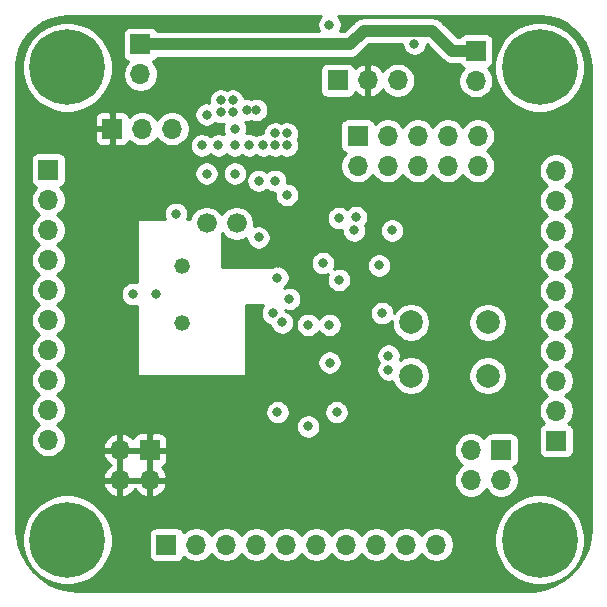
<source format=gbr>
%TF.GenerationSoftware,KiCad,Pcbnew,5.1.10-88a1d61d58~88~ubuntu20.04.1*%
%TF.CreationDate,2021-06-20T20:02:36+02:00*%
%TF.ProjectId,bluePillG,626c7565-5069-46c6-9c47-2e6b69636164,rev?*%
%TF.SameCoordinates,Original*%
%TF.FileFunction,Copper,L3,Inr*%
%TF.FilePolarity,Positive*%
%FSLAX46Y46*%
G04 Gerber Fmt 4.6, Leading zero omitted, Abs format (unit mm)*
G04 Created by KiCad (PCBNEW 5.1.10-88a1d61d58~88~ubuntu20.04.1) date 2021-06-20 20:02:36*
%MOMM*%
%LPD*%
G01*
G04 APERTURE LIST*
%TA.AperFunction,ComponentPad*%
%ADD10C,0.800000*%
%TD*%
%TA.AperFunction,ComponentPad*%
%ADD11C,6.400000*%
%TD*%
%TA.AperFunction,ComponentPad*%
%ADD12C,1.320800*%
%TD*%
%TA.AperFunction,ComponentPad*%
%ADD13C,1.676400*%
%TD*%
%TA.AperFunction,ComponentPad*%
%ADD14C,2.000000*%
%TD*%
%TA.AperFunction,ComponentPad*%
%ADD15O,1.700000X1.700000*%
%TD*%
%TA.AperFunction,ComponentPad*%
%ADD16R,1.700000X1.700000*%
%TD*%
%TA.AperFunction,ViaPad*%
%ADD17C,0.800000*%
%TD*%
%TA.AperFunction,Conductor*%
%ADD18C,1.000000*%
%TD*%
%TA.AperFunction,Conductor*%
%ADD19C,0.254000*%
%TD*%
%TA.AperFunction,Conductor*%
%ADD20C,0.100000*%
%TD*%
G04 APERTURE END LIST*
D10*
%TO.N,GND*%
%TO.C,H4*%
X75697056Y-85302944D03*
X74000000Y-84600000D03*
X72302944Y-85302944D03*
X71600000Y-87000000D03*
X72302944Y-88697056D03*
X74000000Y-89400000D03*
X75697056Y-88697056D03*
X76400000Y-87000000D03*
D11*
X74000000Y-87000000D03*
%TD*%
D10*
%TO.N,VCC*%
%TO.C,H3*%
X75697056Y-45302944D03*
X74000000Y-44600000D03*
X72302944Y-45302944D03*
X71600000Y-47000000D03*
X72302944Y-48697056D03*
X74000000Y-49400000D03*
X75697056Y-48697056D03*
X76400000Y-47000000D03*
D11*
X74000000Y-47000000D03*
%TD*%
D12*
%TO.N,Net-(C19-Pad1)*%
%TO.C,Y2*%
X43700000Y-68626000D03*
%TO.N,OSC_IN*%
X43700000Y-63800000D03*
%TD*%
D13*
%TO.N,OSC32_OUT*%
%TO.C,Y1*%
X45800000Y-60200000D03*
%TO.N,OSC32_IN*%
X48340000Y-60200000D03*
%TD*%
D14*
%TO.N,NRST*%
%TO.C,SW1*%
X69600000Y-68600000D03*
%TO.N,GND*%
X69600000Y-73100000D03*
%TO.N,NRST*%
X63100000Y-68600000D03*
%TO.N,GND*%
X63100000Y-73100000D03*
%TD*%
D15*
%TO.N,+3V3*%
%TO.C,J10*%
X38460000Y-81940000D03*
X41000000Y-81940000D03*
X38460000Y-79400000D03*
D16*
X41000000Y-79400000D03*
%TD*%
D15*
%TO.N,GND*%
%TO.C,J9*%
X68200000Y-81940000D03*
X70740000Y-81940000D03*
X68200000Y-79400000D03*
D16*
X70740000Y-79400000D03*
%TD*%
D15*
%TO.N,PB9*%
%TO.C,J8*%
X75400000Y-55740000D03*
%TO.N,PB7*%
X75400000Y-58280000D03*
%TO.N,PB6*%
X75400000Y-60820000D03*
%TO.N,PB5*%
X75400000Y-63360000D03*
%TO.N,PB4*%
X75400000Y-65900000D03*
%TO.N,PB3*%
X75400000Y-68440000D03*
%TO.N,PA15*%
X75400000Y-70980000D03*
%TO.N,PA12*%
X75400000Y-73520000D03*
%TO.N,PA11*%
X75400000Y-76060000D03*
D16*
%TO.N,PA10*%
X75400000Y-78600000D03*
%TD*%
D15*
%TO.N,PA9*%
%TO.C,J7*%
X65260000Y-87400000D03*
%TO.N,PA8*%
X62720000Y-87400000D03*
%TO.N,PB15*%
X60180000Y-87400000D03*
%TO.N,PB14*%
X57640000Y-87400000D03*
%TO.N,PB13*%
X55100000Y-87400000D03*
%TO.N,PB12*%
X52560000Y-87400000D03*
%TO.N,PB11*%
X50020000Y-87400000D03*
%TO.N,PB10*%
X47480000Y-87400000D03*
%TO.N,PB2*%
X44940000Y-87400000D03*
D16*
%TO.N,PB1*%
X42400000Y-87400000D03*
%TD*%
D15*
%TO.N,PB0*%
%TO.C,J6*%
X32400000Y-78540000D03*
%TO.N,PA7*%
X32400000Y-76000000D03*
%TO.N,PA6*%
X32400000Y-73460000D03*
%TO.N,PA5*%
X32400000Y-70920000D03*
%TO.N,PA4*%
X32400000Y-68380000D03*
%TO.N,PA3*%
X32400000Y-65840000D03*
%TO.N,PA2*%
X32400000Y-63300000D03*
%TO.N,PA1*%
X32400000Y-60760000D03*
%TO.N,PA0*%
X32400000Y-58220000D03*
D16*
%TO.N,PC13*%
X32400000Y-55680000D03*
%TD*%
D15*
%TO.N,+5V*%
%TO.C,J5*%
X68600000Y-48140000D03*
D16*
%TO.N,VCC*%
X68600000Y-45600000D03*
%TD*%
D15*
%TO.N,GND*%
%TO.C,J4*%
X40200000Y-47600000D03*
D16*
%TO.N,VCC*%
X40200000Y-45060000D03*
%TD*%
D15*
%TO.N,+3V3S*%
%TO.C,J3*%
X61980000Y-48100000D03*
%TO.N,+3V3*%
X59440000Y-48100000D03*
D16*
%TO.N,+3.3VP*%
X56900000Y-48100000D03*
%TD*%
D15*
%TO.N,GND*%
%TO.C,J2*%
X42880000Y-52200000D03*
%TO.N,Net-(J2-Pad2)*%
X40340000Y-52200000D03*
D16*
%TO.N,+3V3*%
X37800000Y-52200000D03*
%TD*%
D15*
%TO.N,+5V*%
%TO.C,J1*%
X68760000Y-55340000D03*
X68760000Y-52800000D03*
%TO.N,+3V3S*%
X66220000Y-55340000D03*
X66220000Y-52800000D03*
%TO.N,GND*%
X63680000Y-55340000D03*
X63680000Y-52800000D03*
%TO.N,SWDIO*%
X61140000Y-55340000D03*
%TO.N,SWIW*%
X61140000Y-52800000D03*
%TO.N,SWCLK*%
X58600000Y-55340000D03*
D16*
%TO.N,NRST*%
X58600000Y-52800000D03*
%TD*%
D10*
%TO.N,GND*%
%TO.C,H2*%
X35697056Y-85302944D03*
X34000000Y-84600000D03*
X32302944Y-85302944D03*
X31600000Y-87000000D03*
X32302944Y-88697056D03*
X34000000Y-89400000D03*
X35697056Y-88697056D03*
X36400000Y-87000000D03*
D11*
X34000000Y-87000000D03*
%TD*%
D10*
%TO.N,VCC*%
%TO.C,H1*%
X35697056Y-45302944D03*
X34000000Y-44600000D03*
X32302944Y-45302944D03*
X31600000Y-47000000D03*
X32302944Y-48697056D03*
X34000000Y-49400000D03*
X35697056Y-48697056D03*
X36400000Y-47000000D03*
D11*
X34000000Y-47000000D03*
%TD*%
D17*
%TO.N,+3V3*%
X48400000Y-63200000D03*
X50200000Y-60000000D03*
X51200000Y-60000000D03*
X66400000Y-66000000D03*
X59000000Y-73800000D03*
X57400000Y-71600000D03*
X57400000Y-74200000D03*
X59400000Y-50000000D03*
X58200000Y-50000000D03*
X57000000Y-50000000D03*
X55600000Y-50000000D03*
X60800000Y-50000000D03*
X60800000Y-50800000D03*
X59400000Y-50800000D03*
X58200000Y-50800000D03*
X57000000Y-50800000D03*
X55600000Y-50800000D03*
X54600000Y-50800000D03*
X54600000Y-50000000D03*
X54600000Y-52000000D03*
X55600000Y-52000000D03*
X43600000Y-55800000D03*
X51812500Y-63600000D03*
X61500000Y-62400000D03*
X58300000Y-62400000D03*
%TO.N,GND*%
X50200000Y-61400000D03*
X48200000Y-56000000D03*
X45800000Y-56000000D03*
X50200000Y-56600000D03*
X51600000Y-56600000D03*
X52600000Y-57800000D03*
X56200000Y-68800000D03*
X54400000Y-68800000D03*
X61200000Y-71400000D03*
X61200000Y-72600000D03*
X56800000Y-76200000D03*
X54400000Y-77400000D03*
X51800000Y-76200000D03*
X58300000Y-60800000D03*
X61500000Y-60800000D03*
X56200000Y-43400000D03*
X63400000Y-45000000D03*
X50000000Y-50600000D03*
X49200000Y-50600000D03*
X48200000Y-52200000D03*
X51600000Y-52600000D03*
X51600000Y-53600000D03*
X50600000Y-53600000D03*
X49400000Y-53600000D03*
X48200000Y-53600000D03*
X46800000Y-53600000D03*
X45400000Y-53600000D03*
X48000000Y-50800000D03*
X45800000Y-51000000D03*
X52600000Y-52600000D03*
X52600000Y-53600000D03*
X47000000Y-50800000D03*
X48000000Y-49800000D03*
X47000000Y-49800000D03*
X60400000Y-63775000D03*
X41500000Y-66200000D03*
X39550000Y-66200000D03*
%TO.N,NRST*%
X52800000Y-66600000D03*
%TO.N,PC13*%
X51800000Y-64800000D03*
X43200000Y-59400000D03*
%TO.N,PB9*%
X55650000Y-63575000D03*
%TO.N,SWCLK*%
X57000000Y-59775000D03*
%TO.N,SWDIO*%
X58450000Y-59675000D03*
%TO.N,PA11*%
X57000000Y-65000000D03*
%TO.N,PB13*%
X60655185Y-67801488D03*
%TO.N,PB10*%
X56213000Y-72000000D03*
%TO.N,PA3*%
X52200000Y-68600000D03*
%TO.N,PA2*%
X51400000Y-67800000D03*
%TD*%
D18*
%TO.N,VCC*%
X68600000Y-45600000D02*
X66600000Y-45600000D01*
X64899999Y-43899999D02*
X59100001Y-43899999D01*
X66600000Y-45600000D02*
X64899999Y-43899999D01*
X57940000Y-45060000D02*
X40200000Y-45060000D01*
X59100001Y-43899999D02*
X57940000Y-45060000D01*
%TD*%
D19*
%TO.N,+3V3*%
X55396063Y-42740226D02*
X55282795Y-42909744D01*
X55204774Y-43098102D01*
X55165000Y-43298061D01*
X55165000Y-43501939D01*
X55204774Y-43701898D01*
X55282795Y-43890256D01*
X55306010Y-43925000D01*
X41617683Y-43925000D01*
X41580537Y-43855506D01*
X41501185Y-43758815D01*
X41404494Y-43679463D01*
X41294180Y-43620498D01*
X41174482Y-43584188D01*
X41050000Y-43571928D01*
X39350000Y-43571928D01*
X39225518Y-43584188D01*
X39105820Y-43620498D01*
X38995506Y-43679463D01*
X38898815Y-43758815D01*
X38819463Y-43855506D01*
X38760498Y-43965820D01*
X38724188Y-44085518D01*
X38711928Y-44210000D01*
X38711928Y-45910000D01*
X38724188Y-46034482D01*
X38760498Y-46154180D01*
X38819463Y-46264494D01*
X38898815Y-46361185D01*
X38995506Y-46440537D01*
X39105820Y-46499502D01*
X39178380Y-46521513D01*
X39046525Y-46653368D01*
X38884010Y-46896589D01*
X38772068Y-47166842D01*
X38715000Y-47453740D01*
X38715000Y-47746260D01*
X38772068Y-48033158D01*
X38884010Y-48303411D01*
X39046525Y-48546632D01*
X39253368Y-48753475D01*
X39496589Y-48915990D01*
X39766842Y-49027932D01*
X40053740Y-49085000D01*
X40346260Y-49085000D01*
X40633158Y-49027932D01*
X40903411Y-48915990D01*
X41146632Y-48753475D01*
X41353475Y-48546632D01*
X41515990Y-48303411D01*
X41627932Y-48033158D01*
X41685000Y-47746260D01*
X41685000Y-47453740D01*
X41644474Y-47250000D01*
X55411928Y-47250000D01*
X55411928Y-48950000D01*
X55424188Y-49074482D01*
X55460498Y-49194180D01*
X55519463Y-49304494D01*
X55598815Y-49401185D01*
X55695506Y-49480537D01*
X55805820Y-49539502D01*
X55925518Y-49575812D01*
X56050000Y-49588072D01*
X57750000Y-49588072D01*
X57874482Y-49575812D01*
X57994180Y-49539502D01*
X58104494Y-49480537D01*
X58201185Y-49401185D01*
X58280537Y-49304494D01*
X58339502Y-49194180D01*
X58363966Y-49113534D01*
X58439731Y-49197588D01*
X58673080Y-49371641D01*
X58935901Y-49496825D01*
X59083110Y-49541476D01*
X59313000Y-49420155D01*
X59313000Y-48227000D01*
X59293000Y-48227000D01*
X59293000Y-47973000D01*
X59313000Y-47973000D01*
X59313000Y-46779845D01*
X59567000Y-46779845D01*
X59567000Y-47973000D01*
X59587000Y-47973000D01*
X59587000Y-48227000D01*
X59567000Y-48227000D01*
X59567000Y-49420155D01*
X59796890Y-49541476D01*
X59944099Y-49496825D01*
X60206920Y-49371641D01*
X60440269Y-49197588D01*
X60635178Y-48981355D01*
X60704805Y-48864466D01*
X60826525Y-49046632D01*
X61033368Y-49253475D01*
X61276589Y-49415990D01*
X61546842Y-49527932D01*
X61833740Y-49585000D01*
X62126260Y-49585000D01*
X62413158Y-49527932D01*
X62683411Y-49415990D01*
X62926632Y-49253475D01*
X63133475Y-49046632D01*
X63295990Y-48803411D01*
X63407932Y-48533158D01*
X63465000Y-48246260D01*
X63465000Y-47953740D01*
X63407932Y-47666842D01*
X63295990Y-47396589D01*
X63133475Y-47153368D01*
X62926632Y-46946525D01*
X62683411Y-46784010D01*
X62413158Y-46672068D01*
X62126260Y-46615000D01*
X61833740Y-46615000D01*
X61546842Y-46672068D01*
X61276589Y-46784010D01*
X61033368Y-46946525D01*
X60826525Y-47153368D01*
X60704805Y-47335534D01*
X60635178Y-47218645D01*
X60440269Y-47002412D01*
X60206920Y-46828359D01*
X59944099Y-46703175D01*
X59796890Y-46658524D01*
X59567000Y-46779845D01*
X59313000Y-46779845D01*
X59083110Y-46658524D01*
X58935901Y-46703175D01*
X58673080Y-46828359D01*
X58439731Y-47002412D01*
X58363966Y-47086466D01*
X58339502Y-47005820D01*
X58280537Y-46895506D01*
X58201185Y-46798815D01*
X58104494Y-46719463D01*
X57994180Y-46660498D01*
X57874482Y-46624188D01*
X57750000Y-46611928D01*
X56050000Y-46611928D01*
X55925518Y-46624188D01*
X55805820Y-46660498D01*
X55695506Y-46719463D01*
X55598815Y-46798815D01*
X55519463Y-46895506D01*
X55460498Y-47005820D01*
X55424188Y-47125518D01*
X55411928Y-47250000D01*
X41644474Y-47250000D01*
X41627932Y-47166842D01*
X41515990Y-46896589D01*
X41353475Y-46653368D01*
X41221620Y-46521513D01*
X41294180Y-46499502D01*
X41404494Y-46440537D01*
X41501185Y-46361185D01*
X41580537Y-46264494D01*
X41617683Y-46195000D01*
X57884249Y-46195000D01*
X57940000Y-46200491D01*
X57995751Y-46195000D01*
X57995752Y-46195000D01*
X58162499Y-46178577D01*
X58376447Y-46113676D01*
X58573623Y-46008284D01*
X58746449Y-45866449D01*
X58781996Y-45823136D01*
X59570133Y-45034999D01*
X62365000Y-45034999D01*
X62365000Y-45101939D01*
X62404774Y-45301898D01*
X62482795Y-45490256D01*
X62596063Y-45659774D01*
X62740226Y-45803937D01*
X62909744Y-45917205D01*
X63098102Y-45995226D01*
X63298061Y-46035000D01*
X63501939Y-46035000D01*
X63701898Y-45995226D01*
X63890256Y-45917205D01*
X64059774Y-45803937D01*
X64203937Y-45659774D01*
X64317205Y-45490256D01*
X64395226Y-45301898D01*
X64435000Y-45101939D01*
X64435000Y-45040131D01*
X65758009Y-46363140D01*
X65793551Y-46406449D01*
X65966377Y-46548284D01*
X66163553Y-46653676D01*
X66377501Y-46718577D01*
X66544248Y-46735000D01*
X66544257Y-46735000D01*
X66599999Y-46740490D01*
X66655741Y-46735000D01*
X67182317Y-46735000D01*
X67219463Y-46804494D01*
X67298815Y-46901185D01*
X67395506Y-46980537D01*
X67505820Y-47039502D01*
X67578380Y-47061513D01*
X67446525Y-47193368D01*
X67284010Y-47436589D01*
X67172068Y-47706842D01*
X67115000Y-47993740D01*
X67115000Y-48286260D01*
X67172068Y-48573158D01*
X67284010Y-48843411D01*
X67446525Y-49086632D01*
X67653368Y-49293475D01*
X67896589Y-49455990D01*
X68166842Y-49567932D01*
X68453740Y-49625000D01*
X68746260Y-49625000D01*
X69033158Y-49567932D01*
X69303411Y-49455990D01*
X69546632Y-49293475D01*
X69753475Y-49086632D01*
X69915990Y-48843411D01*
X70027932Y-48573158D01*
X70085000Y-48286260D01*
X70085000Y-47993740D01*
X70027932Y-47706842D01*
X69915990Y-47436589D01*
X69753475Y-47193368D01*
X69621620Y-47061513D01*
X69694180Y-47039502D01*
X69804494Y-46980537D01*
X69901185Y-46901185D01*
X69980537Y-46804494D01*
X70039502Y-46694180D01*
X70061311Y-46622285D01*
X70165000Y-46622285D01*
X70165000Y-47377715D01*
X70312377Y-48118628D01*
X70601467Y-48816554D01*
X71021161Y-49444670D01*
X71555330Y-49978839D01*
X72183446Y-50398533D01*
X72881372Y-50687623D01*
X73622285Y-50835000D01*
X74377715Y-50835000D01*
X75118628Y-50687623D01*
X75816554Y-50398533D01*
X76444670Y-49978839D01*
X76978839Y-49444670D01*
X77398533Y-48816554D01*
X77687623Y-48118628D01*
X77835000Y-47377715D01*
X77835000Y-46622285D01*
X77687623Y-45881372D01*
X77398533Y-45183446D01*
X76978839Y-44555330D01*
X76444670Y-44021161D01*
X75816554Y-43601467D01*
X75118628Y-43312377D01*
X74377715Y-43165000D01*
X73622285Y-43165000D01*
X72881372Y-43312377D01*
X72183446Y-43601467D01*
X71555330Y-44021161D01*
X71021161Y-44555330D01*
X70601467Y-45183446D01*
X70312377Y-45881372D01*
X70165000Y-46622285D01*
X70061311Y-46622285D01*
X70075812Y-46574482D01*
X70088072Y-46450000D01*
X70088072Y-44750000D01*
X70075812Y-44625518D01*
X70039502Y-44505820D01*
X69980537Y-44395506D01*
X69901185Y-44298815D01*
X69804494Y-44219463D01*
X69694180Y-44160498D01*
X69574482Y-44124188D01*
X69450000Y-44111928D01*
X67750000Y-44111928D01*
X67625518Y-44124188D01*
X67505820Y-44160498D01*
X67395506Y-44219463D01*
X67298815Y-44298815D01*
X67219463Y-44395506D01*
X67182317Y-44465000D01*
X67070132Y-44465000D01*
X65741995Y-43136864D01*
X65706448Y-43093550D01*
X65533622Y-42951715D01*
X65336446Y-42846323D01*
X65122498Y-42781422D01*
X64955751Y-42764999D01*
X64955750Y-42764999D01*
X64899999Y-42759508D01*
X64844248Y-42764999D01*
X59155752Y-42764999D01*
X59100000Y-42759508D01*
X58877501Y-42781422D01*
X58840574Y-42792624D01*
X58663554Y-42846323D01*
X58466378Y-42951715D01*
X58293552Y-43093550D01*
X58258009Y-43136859D01*
X57469869Y-43925000D01*
X57093990Y-43925000D01*
X57117205Y-43890256D01*
X57195226Y-43701898D01*
X57235000Y-43501939D01*
X57235000Y-43298061D01*
X57195226Y-43098102D01*
X57117205Y-42909744D01*
X57003937Y-42740226D01*
X56923711Y-42660000D01*
X73970608Y-42660000D01*
X74768083Y-42731173D01*
X75511891Y-42934656D01*
X76207905Y-43266638D01*
X76834130Y-43716626D01*
X77370777Y-44270403D01*
X77800871Y-44910451D01*
X78110829Y-45616553D01*
X78292065Y-46371457D01*
X78340000Y-47024207D01*
X78340001Y-85972899D01*
X78266098Y-86871802D01*
X78052999Y-87720180D01*
X77704197Y-88522371D01*
X77229062Y-89256818D01*
X76640354Y-89903799D01*
X75953875Y-90445946D01*
X75188076Y-90868691D01*
X74363514Y-91160683D01*
X73490925Y-91316116D01*
X72984453Y-91340000D01*
X35027089Y-91340000D01*
X34128198Y-91266098D01*
X33279820Y-91052999D01*
X32477629Y-90704197D01*
X31743182Y-90229062D01*
X31096201Y-89640354D01*
X30554054Y-88953875D01*
X30131309Y-88188076D01*
X29839317Y-87363514D01*
X29707283Y-86622285D01*
X30165000Y-86622285D01*
X30165000Y-87377715D01*
X30312377Y-88118628D01*
X30601467Y-88816554D01*
X31021161Y-89444670D01*
X31555330Y-89978839D01*
X32183446Y-90398533D01*
X32881372Y-90687623D01*
X33622285Y-90835000D01*
X34377715Y-90835000D01*
X35118628Y-90687623D01*
X35816554Y-90398533D01*
X36444670Y-89978839D01*
X36978839Y-89444670D01*
X37398533Y-88816554D01*
X37687623Y-88118628D01*
X37835000Y-87377715D01*
X37835000Y-86622285D01*
X37820622Y-86550000D01*
X40911928Y-86550000D01*
X40911928Y-88250000D01*
X40924188Y-88374482D01*
X40960498Y-88494180D01*
X41019463Y-88604494D01*
X41098815Y-88701185D01*
X41195506Y-88780537D01*
X41305820Y-88839502D01*
X41425518Y-88875812D01*
X41550000Y-88888072D01*
X43250000Y-88888072D01*
X43374482Y-88875812D01*
X43494180Y-88839502D01*
X43604494Y-88780537D01*
X43701185Y-88701185D01*
X43780537Y-88604494D01*
X43839502Y-88494180D01*
X43861513Y-88421620D01*
X43993368Y-88553475D01*
X44236589Y-88715990D01*
X44506842Y-88827932D01*
X44793740Y-88885000D01*
X45086260Y-88885000D01*
X45373158Y-88827932D01*
X45643411Y-88715990D01*
X45886632Y-88553475D01*
X46093475Y-88346632D01*
X46210000Y-88172240D01*
X46326525Y-88346632D01*
X46533368Y-88553475D01*
X46776589Y-88715990D01*
X47046842Y-88827932D01*
X47333740Y-88885000D01*
X47626260Y-88885000D01*
X47913158Y-88827932D01*
X48183411Y-88715990D01*
X48426632Y-88553475D01*
X48633475Y-88346632D01*
X48750000Y-88172240D01*
X48866525Y-88346632D01*
X49073368Y-88553475D01*
X49316589Y-88715990D01*
X49586842Y-88827932D01*
X49873740Y-88885000D01*
X50166260Y-88885000D01*
X50453158Y-88827932D01*
X50723411Y-88715990D01*
X50966632Y-88553475D01*
X51173475Y-88346632D01*
X51290000Y-88172240D01*
X51406525Y-88346632D01*
X51613368Y-88553475D01*
X51856589Y-88715990D01*
X52126842Y-88827932D01*
X52413740Y-88885000D01*
X52706260Y-88885000D01*
X52993158Y-88827932D01*
X53263411Y-88715990D01*
X53506632Y-88553475D01*
X53713475Y-88346632D01*
X53830000Y-88172240D01*
X53946525Y-88346632D01*
X54153368Y-88553475D01*
X54396589Y-88715990D01*
X54666842Y-88827932D01*
X54953740Y-88885000D01*
X55246260Y-88885000D01*
X55533158Y-88827932D01*
X55803411Y-88715990D01*
X56046632Y-88553475D01*
X56253475Y-88346632D01*
X56370000Y-88172240D01*
X56486525Y-88346632D01*
X56693368Y-88553475D01*
X56936589Y-88715990D01*
X57206842Y-88827932D01*
X57493740Y-88885000D01*
X57786260Y-88885000D01*
X58073158Y-88827932D01*
X58343411Y-88715990D01*
X58586632Y-88553475D01*
X58793475Y-88346632D01*
X58910000Y-88172240D01*
X59026525Y-88346632D01*
X59233368Y-88553475D01*
X59476589Y-88715990D01*
X59746842Y-88827932D01*
X60033740Y-88885000D01*
X60326260Y-88885000D01*
X60613158Y-88827932D01*
X60883411Y-88715990D01*
X61126632Y-88553475D01*
X61333475Y-88346632D01*
X61450000Y-88172240D01*
X61566525Y-88346632D01*
X61773368Y-88553475D01*
X62016589Y-88715990D01*
X62286842Y-88827932D01*
X62573740Y-88885000D01*
X62866260Y-88885000D01*
X63153158Y-88827932D01*
X63423411Y-88715990D01*
X63666632Y-88553475D01*
X63873475Y-88346632D01*
X63990000Y-88172240D01*
X64106525Y-88346632D01*
X64313368Y-88553475D01*
X64556589Y-88715990D01*
X64826842Y-88827932D01*
X65113740Y-88885000D01*
X65406260Y-88885000D01*
X65693158Y-88827932D01*
X65963411Y-88715990D01*
X66206632Y-88553475D01*
X66413475Y-88346632D01*
X66575990Y-88103411D01*
X66687932Y-87833158D01*
X66745000Y-87546260D01*
X66745000Y-87253740D01*
X66687932Y-86966842D01*
X66575990Y-86696589D01*
X66526342Y-86622285D01*
X70165000Y-86622285D01*
X70165000Y-87377715D01*
X70312377Y-88118628D01*
X70601467Y-88816554D01*
X71021161Y-89444670D01*
X71555330Y-89978839D01*
X72183446Y-90398533D01*
X72881372Y-90687623D01*
X73622285Y-90835000D01*
X74377715Y-90835000D01*
X75118628Y-90687623D01*
X75816554Y-90398533D01*
X76444670Y-89978839D01*
X76978839Y-89444670D01*
X77398533Y-88816554D01*
X77687623Y-88118628D01*
X77835000Y-87377715D01*
X77835000Y-86622285D01*
X77687623Y-85881372D01*
X77398533Y-85183446D01*
X76978839Y-84555330D01*
X76444670Y-84021161D01*
X75816554Y-83601467D01*
X75118628Y-83312377D01*
X74377715Y-83165000D01*
X73622285Y-83165000D01*
X72881372Y-83312377D01*
X72183446Y-83601467D01*
X71555330Y-84021161D01*
X71021161Y-84555330D01*
X70601467Y-85183446D01*
X70312377Y-85881372D01*
X70165000Y-86622285D01*
X66526342Y-86622285D01*
X66413475Y-86453368D01*
X66206632Y-86246525D01*
X65963411Y-86084010D01*
X65693158Y-85972068D01*
X65406260Y-85915000D01*
X65113740Y-85915000D01*
X64826842Y-85972068D01*
X64556589Y-86084010D01*
X64313368Y-86246525D01*
X64106525Y-86453368D01*
X63990000Y-86627760D01*
X63873475Y-86453368D01*
X63666632Y-86246525D01*
X63423411Y-86084010D01*
X63153158Y-85972068D01*
X62866260Y-85915000D01*
X62573740Y-85915000D01*
X62286842Y-85972068D01*
X62016589Y-86084010D01*
X61773368Y-86246525D01*
X61566525Y-86453368D01*
X61450000Y-86627760D01*
X61333475Y-86453368D01*
X61126632Y-86246525D01*
X60883411Y-86084010D01*
X60613158Y-85972068D01*
X60326260Y-85915000D01*
X60033740Y-85915000D01*
X59746842Y-85972068D01*
X59476589Y-86084010D01*
X59233368Y-86246525D01*
X59026525Y-86453368D01*
X58910000Y-86627760D01*
X58793475Y-86453368D01*
X58586632Y-86246525D01*
X58343411Y-86084010D01*
X58073158Y-85972068D01*
X57786260Y-85915000D01*
X57493740Y-85915000D01*
X57206842Y-85972068D01*
X56936589Y-86084010D01*
X56693368Y-86246525D01*
X56486525Y-86453368D01*
X56370000Y-86627760D01*
X56253475Y-86453368D01*
X56046632Y-86246525D01*
X55803411Y-86084010D01*
X55533158Y-85972068D01*
X55246260Y-85915000D01*
X54953740Y-85915000D01*
X54666842Y-85972068D01*
X54396589Y-86084010D01*
X54153368Y-86246525D01*
X53946525Y-86453368D01*
X53830000Y-86627760D01*
X53713475Y-86453368D01*
X53506632Y-86246525D01*
X53263411Y-86084010D01*
X52993158Y-85972068D01*
X52706260Y-85915000D01*
X52413740Y-85915000D01*
X52126842Y-85972068D01*
X51856589Y-86084010D01*
X51613368Y-86246525D01*
X51406525Y-86453368D01*
X51290000Y-86627760D01*
X51173475Y-86453368D01*
X50966632Y-86246525D01*
X50723411Y-86084010D01*
X50453158Y-85972068D01*
X50166260Y-85915000D01*
X49873740Y-85915000D01*
X49586842Y-85972068D01*
X49316589Y-86084010D01*
X49073368Y-86246525D01*
X48866525Y-86453368D01*
X48750000Y-86627760D01*
X48633475Y-86453368D01*
X48426632Y-86246525D01*
X48183411Y-86084010D01*
X47913158Y-85972068D01*
X47626260Y-85915000D01*
X47333740Y-85915000D01*
X47046842Y-85972068D01*
X46776589Y-86084010D01*
X46533368Y-86246525D01*
X46326525Y-86453368D01*
X46210000Y-86627760D01*
X46093475Y-86453368D01*
X45886632Y-86246525D01*
X45643411Y-86084010D01*
X45373158Y-85972068D01*
X45086260Y-85915000D01*
X44793740Y-85915000D01*
X44506842Y-85972068D01*
X44236589Y-86084010D01*
X43993368Y-86246525D01*
X43861513Y-86378380D01*
X43839502Y-86305820D01*
X43780537Y-86195506D01*
X43701185Y-86098815D01*
X43604494Y-86019463D01*
X43494180Y-85960498D01*
X43374482Y-85924188D01*
X43250000Y-85911928D01*
X41550000Y-85911928D01*
X41425518Y-85924188D01*
X41305820Y-85960498D01*
X41195506Y-86019463D01*
X41098815Y-86098815D01*
X41019463Y-86195506D01*
X40960498Y-86305820D01*
X40924188Y-86425518D01*
X40911928Y-86550000D01*
X37820622Y-86550000D01*
X37687623Y-85881372D01*
X37398533Y-85183446D01*
X36978839Y-84555330D01*
X36444670Y-84021161D01*
X35816554Y-83601467D01*
X35118628Y-83312377D01*
X34377715Y-83165000D01*
X33622285Y-83165000D01*
X32881372Y-83312377D01*
X32183446Y-83601467D01*
X31555330Y-84021161D01*
X31021161Y-84555330D01*
X30601467Y-85183446D01*
X30312377Y-85881372D01*
X30165000Y-86622285D01*
X29707283Y-86622285D01*
X29683884Y-86490925D01*
X29660000Y-85984453D01*
X29660000Y-82296890D01*
X37018524Y-82296890D01*
X37063175Y-82444099D01*
X37188359Y-82706920D01*
X37362412Y-82940269D01*
X37578645Y-83135178D01*
X37828748Y-83284157D01*
X38103109Y-83381481D01*
X38333000Y-83260814D01*
X38333000Y-82067000D01*
X38587000Y-82067000D01*
X38587000Y-83260814D01*
X38816891Y-83381481D01*
X39091252Y-83284157D01*
X39341355Y-83135178D01*
X39557588Y-82940269D01*
X39730000Y-82709120D01*
X39902412Y-82940269D01*
X40118645Y-83135178D01*
X40368748Y-83284157D01*
X40643109Y-83381481D01*
X40873000Y-83260814D01*
X40873000Y-82067000D01*
X41127000Y-82067000D01*
X41127000Y-83260814D01*
X41356891Y-83381481D01*
X41631252Y-83284157D01*
X41881355Y-83135178D01*
X42097588Y-82940269D01*
X42271641Y-82706920D01*
X42396825Y-82444099D01*
X42441476Y-82296890D01*
X42320155Y-82067000D01*
X41127000Y-82067000D01*
X40873000Y-82067000D01*
X38587000Y-82067000D01*
X38333000Y-82067000D01*
X37139845Y-82067000D01*
X37018524Y-82296890D01*
X29660000Y-82296890D01*
X29660000Y-54830000D01*
X30911928Y-54830000D01*
X30911928Y-56530000D01*
X30924188Y-56654482D01*
X30960498Y-56774180D01*
X31019463Y-56884494D01*
X31098815Y-56981185D01*
X31195506Y-57060537D01*
X31305820Y-57119502D01*
X31378380Y-57141513D01*
X31246525Y-57273368D01*
X31084010Y-57516589D01*
X30972068Y-57786842D01*
X30915000Y-58073740D01*
X30915000Y-58366260D01*
X30972068Y-58653158D01*
X31084010Y-58923411D01*
X31246525Y-59166632D01*
X31453368Y-59373475D01*
X31627760Y-59490000D01*
X31453368Y-59606525D01*
X31246525Y-59813368D01*
X31084010Y-60056589D01*
X30972068Y-60326842D01*
X30915000Y-60613740D01*
X30915000Y-60906260D01*
X30972068Y-61193158D01*
X31084010Y-61463411D01*
X31246525Y-61706632D01*
X31453368Y-61913475D01*
X31627760Y-62030000D01*
X31453368Y-62146525D01*
X31246525Y-62353368D01*
X31084010Y-62596589D01*
X30972068Y-62866842D01*
X30915000Y-63153740D01*
X30915000Y-63446260D01*
X30972068Y-63733158D01*
X31084010Y-64003411D01*
X31246525Y-64246632D01*
X31453368Y-64453475D01*
X31627760Y-64570000D01*
X31453368Y-64686525D01*
X31246525Y-64893368D01*
X31084010Y-65136589D01*
X30972068Y-65406842D01*
X30915000Y-65693740D01*
X30915000Y-65986260D01*
X30972068Y-66273158D01*
X31084010Y-66543411D01*
X31246525Y-66786632D01*
X31453368Y-66993475D01*
X31627760Y-67110000D01*
X31453368Y-67226525D01*
X31246525Y-67433368D01*
X31084010Y-67676589D01*
X30972068Y-67946842D01*
X30915000Y-68233740D01*
X30915000Y-68526260D01*
X30972068Y-68813158D01*
X31084010Y-69083411D01*
X31246525Y-69326632D01*
X31453368Y-69533475D01*
X31627760Y-69650000D01*
X31453368Y-69766525D01*
X31246525Y-69973368D01*
X31084010Y-70216589D01*
X30972068Y-70486842D01*
X30915000Y-70773740D01*
X30915000Y-71066260D01*
X30972068Y-71353158D01*
X31084010Y-71623411D01*
X31246525Y-71866632D01*
X31453368Y-72073475D01*
X31627760Y-72190000D01*
X31453368Y-72306525D01*
X31246525Y-72513368D01*
X31084010Y-72756589D01*
X30972068Y-73026842D01*
X30915000Y-73313740D01*
X30915000Y-73606260D01*
X30972068Y-73893158D01*
X31084010Y-74163411D01*
X31246525Y-74406632D01*
X31453368Y-74613475D01*
X31627760Y-74730000D01*
X31453368Y-74846525D01*
X31246525Y-75053368D01*
X31084010Y-75296589D01*
X30972068Y-75566842D01*
X30915000Y-75853740D01*
X30915000Y-76146260D01*
X30972068Y-76433158D01*
X31084010Y-76703411D01*
X31246525Y-76946632D01*
X31453368Y-77153475D01*
X31627760Y-77270000D01*
X31453368Y-77386525D01*
X31246525Y-77593368D01*
X31084010Y-77836589D01*
X30972068Y-78106842D01*
X30915000Y-78393740D01*
X30915000Y-78686260D01*
X30972068Y-78973158D01*
X31084010Y-79243411D01*
X31246525Y-79486632D01*
X31453368Y-79693475D01*
X31696589Y-79855990D01*
X31966842Y-79967932D01*
X32253740Y-80025000D01*
X32546260Y-80025000D01*
X32833158Y-79967932D01*
X33103411Y-79855990D01*
X33251724Y-79756890D01*
X37018524Y-79756890D01*
X37063175Y-79904099D01*
X37188359Y-80166920D01*
X37362412Y-80400269D01*
X37578645Y-80595178D01*
X37704255Y-80670000D01*
X37578645Y-80744822D01*
X37362412Y-80939731D01*
X37188359Y-81173080D01*
X37063175Y-81435901D01*
X37018524Y-81583110D01*
X37139845Y-81813000D01*
X38333000Y-81813000D01*
X38333000Y-79527000D01*
X38587000Y-79527000D01*
X38587000Y-81813000D01*
X40873000Y-81813000D01*
X40873000Y-79527000D01*
X41127000Y-79527000D01*
X41127000Y-81813000D01*
X42320155Y-81813000D01*
X42441476Y-81583110D01*
X42396825Y-81435901D01*
X42271641Y-81173080D01*
X42097588Y-80939731D01*
X42013534Y-80863966D01*
X42094180Y-80839502D01*
X42204494Y-80780537D01*
X42301185Y-80701185D01*
X42380537Y-80604494D01*
X42439502Y-80494180D01*
X42475812Y-80374482D01*
X42488072Y-80250000D01*
X42485000Y-79685750D01*
X42326250Y-79527000D01*
X41127000Y-79527000D01*
X40873000Y-79527000D01*
X38587000Y-79527000D01*
X38333000Y-79527000D01*
X37139845Y-79527000D01*
X37018524Y-79756890D01*
X33251724Y-79756890D01*
X33346632Y-79693475D01*
X33553475Y-79486632D01*
X33715990Y-79243411D01*
X33798957Y-79043110D01*
X37018524Y-79043110D01*
X37139845Y-79273000D01*
X38333000Y-79273000D01*
X38333000Y-78079186D01*
X38587000Y-78079186D01*
X38587000Y-79273000D01*
X40873000Y-79273000D01*
X40873000Y-78073750D01*
X41127000Y-78073750D01*
X41127000Y-79273000D01*
X42326250Y-79273000D01*
X42345510Y-79253740D01*
X66715000Y-79253740D01*
X66715000Y-79546260D01*
X66772068Y-79833158D01*
X66884010Y-80103411D01*
X67046525Y-80346632D01*
X67253368Y-80553475D01*
X67427760Y-80670000D01*
X67253368Y-80786525D01*
X67046525Y-80993368D01*
X66884010Y-81236589D01*
X66772068Y-81506842D01*
X66715000Y-81793740D01*
X66715000Y-82086260D01*
X66772068Y-82373158D01*
X66884010Y-82643411D01*
X67046525Y-82886632D01*
X67253368Y-83093475D01*
X67496589Y-83255990D01*
X67766842Y-83367932D01*
X68053740Y-83425000D01*
X68346260Y-83425000D01*
X68633158Y-83367932D01*
X68903411Y-83255990D01*
X69146632Y-83093475D01*
X69353475Y-82886632D01*
X69470000Y-82712240D01*
X69586525Y-82886632D01*
X69793368Y-83093475D01*
X70036589Y-83255990D01*
X70306842Y-83367932D01*
X70593740Y-83425000D01*
X70886260Y-83425000D01*
X71173158Y-83367932D01*
X71443411Y-83255990D01*
X71686632Y-83093475D01*
X71893475Y-82886632D01*
X72055990Y-82643411D01*
X72167932Y-82373158D01*
X72225000Y-82086260D01*
X72225000Y-81793740D01*
X72167932Y-81506842D01*
X72055990Y-81236589D01*
X71893475Y-80993368D01*
X71761620Y-80861513D01*
X71834180Y-80839502D01*
X71944494Y-80780537D01*
X72041185Y-80701185D01*
X72120537Y-80604494D01*
X72179502Y-80494180D01*
X72215812Y-80374482D01*
X72228072Y-80250000D01*
X72228072Y-78550000D01*
X72215812Y-78425518D01*
X72179502Y-78305820D01*
X72120537Y-78195506D01*
X72041185Y-78098815D01*
X71944494Y-78019463D01*
X71834180Y-77960498D01*
X71714482Y-77924188D01*
X71590000Y-77911928D01*
X69890000Y-77911928D01*
X69765518Y-77924188D01*
X69645820Y-77960498D01*
X69535506Y-78019463D01*
X69438815Y-78098815D01*
X69359463Y-78195506D01*
X69300498Y-78305820D01*
X69278487Y-78378380D01*
X69146632Y-78246525D01*
X68903411Y-78084010D01*
X68633158Y-77972068D01*
X68346260Y-77915000D01*
X68053740Y-77915000D01*
X67766842Y-77972068D01*
X67496589Y-78084010D01*
X67253368Y-78246525D01*
X67046525Y-78453368D01*
X66884010Y-78696589D01*
X66772068Y-78966842D01*
X66715000Y-79253740D01*
X42345510Y-79253740D01*
X42485000Y-79114250D01*
X42488072Y-78550000D01*
X42475812Y-78425518D01*
X42439502Y-78305820D01*
X42380537Y-78195506D01*
X42301185Y-78098815D01*
X42204494Y-78019463D01*
X42094180Y-77960498D01*
X41974482Y-77924188D01*
X41850000Y-77911928D01*
X41285750Y-77915000D01*
X41127000Y-78073750D01*
X40873000Y-78073750D01*
X40714250Y-77915000D01*
X40150000Y-77911928D01*
X40025518Y-77924188D01*
X39905820Y-77960498D01*
X39795506Y-78019463D01*
X39698815Y-78098815D01*
X39619463Y-78195506D01*
X39560498Y-78305820D01*
X39537502Y-78381626D01*
X39341355Y-78204822D01*
X39091252Y-78055843D01*
X38816891Y-77958519D01*
X38587000Y-78079186D01*
X38333000Y-78079186D01*
X38103109Y-77958519D01*
X37828748Y-78055843D01*
X37578645Y-78204822D01*
X37362412Y-78399731D01*
X37188359Y-78633080D01*
X37063175Y-78895901D01*
X37018524Y-79043110D01*
X33798957Y-79043110D01*
X33827932Y-78973158D01*
X33885000Y-78686260D01*
X33885000Y-78393740D01*
X33827932Y-78106842D01*
X33715990Y-77836589D01*
X33553475Y-77593368D01*
X33346632Y-77386525D01*
X33214237Y-77298061D01*
X53365000Y-77298061D01*
X53365000Y-77501939D01*
X53404774Y-77701898D01*
X53482795Y-77890256D01*
X53596063Y-78059774D01*
X53740226Y-78203937D01*
X53909744Y-78317205D01*
X54098102Y-78395226D01*
X54298061Y-78435000D01*
X54501939Y-78435000D01*
X54701898Y-78395226D01*
X54890256Y-78317205D01*
X55059774Y-78203937D01*
X55203937Y-78059774D01*
X55317205Y-77890256D01*
X55375301Y-77750000D01*
X73911928Y-77750000D01*
X73911928Y-79450000D01*
X73924188Y-79574482D01*
X73960498Y-79694180D01*
X74019463Y-79804494D01*
X74098815Y-79901185D01*
X74195506Y-79980537D01*
X74305820Y-80039502D01*
X74425518Y-80075812D01*
X74550000Y-80088072D01*
X76250000Y-80088072D01*
X76374482Y-80075812D01*
X76494180Y-80039502D01*
X76604494Y-79980537D01*
X76701185Y-79901185D01*
X76780537Y-79804494D01*
X76839502Y-79694180D01*
X76875812Y-79574482D01*
X76888072Y-79450000D01*
X76888072Y-77750000D01*
X76875812Y-77625518D01*
X76839502Y-77505820D01*
X76780537Y-77395506D01*
X76701185Y-77298815D01*
X76604494Y-77219463D01*
X76494180Y-77160498D01*
X76421620Y-77138487D01*
X76553475Y-77006632D01*
X76715990Y-76763411D01*
X76827932Y-76493158D01*
X76885000Y-76206260D01*
X76885000Y-75913740D01*
X76827932Y-75626842D01*
X76715990Y-75356589D01*
X76553475Y-75113368D01*
X76346632Y-74906525D01*
X76172240Y-74790000D01*
X76346632Y-74673475D01*
X76553475Y-74466632D01*
X76715990Y-74223411D01*
X76827932Y-73953158D01*
X76885000Y-73666260D01*
X76885000Y-73373740D01*
X76827932Y-73086842D01*
X76715990Y-72816589D01*
X76553475Y-72573368D01*
X76346632Y-72366525D01*
X76172240Y-72250000D01*
X76346632Y-72133475D01*
X76553475Y-71926632D01*
X76715990Y-71683411D01*
X76827932Y-71413158D01*
X76885000Y-71126260D01*
X76885000Y-70833740D01*
X76827932Y-70546842D01*
X76715990Y-70276589D01*
X76553475Y-70033368D01*
X76346632Y-69826525D01*
X76172240Y-69710000D01*
X76346632Y-69593475D01*
X76553475Y-69386632D01*
X76715990Y-69143411D01*
X76827932Y-68873158D01*
X76885000Y-68586260D01*
X76885000Y-68293740D01*
X76827932Y-68006842D01*
X76715990Y-67736589D01*
X76553475Y-67493368D01*
X76346632Y-67286525D01*
X76172240Y-67170000D01*
X76346632Y-67053475D01*
X76553475Y-66846632D01*
X76715990Y-66603411D01*
X76827932Y-66333158D01*
X76885000Y-66046260D01*
X76885000Y-65753740D01*
X76827932Y-65466842D01*
X76715990Y-65196589D01*
X76553475Y-64953368D01*
X76346632Y-64746525D01*
X76172240Y-64630000D01*
X76346632Y-64513475D01*
X76553475Y-64306632D01*
X76715990Y-64063411D01*
X76827932Y-63793158D01*
X76885000Y-63506260D01*
X76885000Y-63213740D01*
X76827932Y-62926842D01*
X76715990Y-62656589D01*
X76553475Y-62413368D01*
X76346632Y-62206525D01*
X76172240Y-62090000D01*
X76346632Y-61973475D01*
X76553475Y-61766632D01*
X76715990Y-61523411D01*
X76827932Y-61253158D01*
X76885000Y-60966260D01*
X76885000Y-60673740D01*
X76827932Y-60386842D01*
X76715990Y-60116589D01*
X76553475Y-59873368D01*
X76346632Y-59666525D01*
X76172240Y-59550000D01*
X76346632Y-59433475D01*
X76553475Y-59226632D01*
X76715990Y-58983411D01*
X76827932Y-58713158D01*
X76885000Y-58426260D01*
X76885000Y-58133740D01*
X76827932Y-57846842D01*
X76715990Y-57576589D01*
X76553475Y-57333368D01*
X76346632Y-57126525D01*
X76172240Y-57010000D01*
X76346632Y-56893475D01*
X76553475Y-56686632D01*
X76715990Y-56443411D01*
X76827932Y-56173158D01*
X76885000Y-55886260D01*
X76885000Y-55593740D01*
X76827932Y-55306842D01*
X76715990Y-55036589D01*
X76553475Y-54793368D01*
X76346632Y-54586525D01*
X76103411Y-54424010D01*
X75833158Y-54312068D01*
X75546260Y-54255000D01*
X75253740Y-54255000D01*
X74966842Y-54312068D01*
X74696589Y-54424010D01*
X74453368Y-54586525D01*
X74246525Y-54793368D01*
X74084010Y-55036589D01*
X73972068Y-55306842D01*
X73915000Y-55593740D01*
X73915000Y-55886260D01*
X73972068Y-56173158D01*
X74084010Y-56443411D01*
X74246525Y-56686632D01*
X74453368Y-56893475D01*
X74627760Y-57010000D01*
X74453368Y-57126525D01*
X74246525Y-57333368D01*
X74084010Y-57576589D01*
X73972068Y-57846842D01*
X73915000Y-58133740D01*
X73915000Y-58426260D01*
X73972068Y-58713158D01*
X74084010Y-58983411D01*
X74246525Y-59226632D01*
X74453368Y-59433475D01*
X74627760Y-59550000D01*
X74453368Y-59666525D01*
X74246525Y-59873368D01*
X74084010Y-60116589D01*
X73972068Y-60386842D01*
X73915000Y-60673740D01*
X73915000Y-60966260D01*
X73972068Y-61253158D01*
X74084010Y-61523411D01*
X74246525Y-61766632D01*
X74453368Y-61973475D01*
X74627760Y-62090000D01*
X74453368Y-62206525D01*
X74246525Y-62413368D01*
X74084010Y-62656589D01*
X73972068Y-62926842D01*
X73915000Y-63213740D01*
X73915000Y-63506260D01*
X73972068Y-63793158D01*
X74084010Y-64063411D01*
X74246525Y-64306632D01*
X74453368Y-64513475D01*
X74627760Y-64630000D01*
X74453368Y-64746525D01*
X74246525Y-64953368D01*
X74084010Y-65196589D01*
X73972068Y-65466842D01*
X73915000Y-65753740D01*
X73915000Y-66046260D01*
X73972068Y-66333158D01*
X74084010Y-66603411D01*
X74246525Y-66846632D01*
X74453368Y-67053475D01*
X74627760Y-67170000D01*
X74453368Y-67286525D01*
X74246525Y-67493368D01*
X74084010Y-67736589D01*
X73972068Y-68006842D01*
X73915000Y-68293740D01*
X73915000Y-68586260D01*
X73972068Y-68873158D01*
X74084010Y-69143411D01*
X74246525Y-69386632D01*
X74453368Y-69593475D01*
X74627760Y-69710000D01*
X74453368Y-69826525D01*
X74246525Y-70033368D01*
X74084010Y-70276589D01*
X73972068Y-70546842D01*
X73915000Y-70833740D01*
X73915000Y-71126260D01*
X73972068Y-71413158D01*
X74084010Y-71683411D01*
X74246525Y-71926632D01*
X74453368Y-72133475D01*
X74627760Y-72250000D01*
X74453368Y-72366525D01*
X74246525Y-72573368D01*
X74084010Y-72816589D01*
X73972068Y-73086842D01*
X73915000Y-73373740D01*
X73915000Y-73666260D01*
X73972068Y-73953158D01*
X74084010Y-74223411D01*
X74246525Y-74466632D01*
X74453368Y-74673475D01*
X74627760Y-74790000D01*
X74453368Y-74906525D01*
X74246525Y-75113368D01*
X74084010Y-75356589D01*
X73972068Y-75626842D01*
X73915000Y-75913740D01*
X73915000Y-76206260D01*
X73972068Y-76493158D01*
X74084010Y-76763411D01*
X74246525Y-77006632D01*
X74378380Y-77138487D01*
X74305820Y-77160498D01*
X74195506Y-77219463D01*
X74098815Y-77298815D01*
X74019463Y-77395506D01*
X73960498Y-77505820D01*
X73924188Y-77625518D01*
X73911928Y-77750000D01*
X55375301Y-77750000D01*
X55395226Y-77701898D01*
X55435000Y-77501939D01*
X55435000Y-77298061D01*
X55395226Y-77098102D01*
X55317205Y-76909744D01*
X55203937Y-76740226D01*
X55059774Y-76596063D01*
X54890256Y-76482795D01*
X54701898Y-76404774D01*
X54501939Y-76365000D01*
X54298061Y-76365000D01*
X54098102Y-76404774D01*
X53909744Y-76482795D01*
X53740226Y-76596063D01*
X53596063Y-76740226D01*
X53482795Y-76909744D01*
X53404774Y-77098102D01*
X53365000Y-77298061D01*
X33214237Y-77298061D01*
X33172240Y-77270000D01*
X33346632Y-77153475D01*
X33553475Y-76946632D01*
X33715990Y-76703411D01*
X33827932Y-76433158D01*
X33885000Y-76146260D01*
X33885000Y-76098061D01*
X50765000Y-76098061D01*
X50765000Y-76301939D01*
X50804774Y-76501898D01*
X50882795Y-76690256D01*
X50996063Y-76859774D01*
X51140226Y-77003937D01*
X51309744Y-77117205D01*
X51498102Y-77195226D01*
X51698061Y-77235000D01*
X51901939Y-77235000D01*
X52101898Y-77195226D01*
X52290256Y-77117205D01*
X52459774Y-77003937D01*
X52603937Y-76859774D01*
X52717205Y-76690256D01*
X52795226Y-76501898D01*
X52835000Y-76301939D01*
X52835000Y-76098061D01*
X55765000Y-76098061D01*
X55765000Y-76301939D01*
X55804774Y-76501898D01*
X55882795Y-76690256D01*
X55996063Y-76859774D01*
X56140226Y-77003937D01*
X56309744Y-77117205D01*
X56498102Y-77195226D01*
X56698061Y-77235000D01*
X56901939Y-77235000D01*
X57101898Y-77195226D01*
X57290256Y-77117205D01*
X57459774Y-77003937D01*
X57603937Y-76859774D01*
X57717205Y-76690256D01*
X57795226Y-76501898D01*
X57835000Y-76301939D01*
X57835000Y-76098061D01*
X57795226Y-75898102D01*
X57717205Y-75709744D01*
X57603937Y-75540226D01*
X57459774Y-75396063D01*
X57290256Y-75282795D01*
X57101898Y-75204774D01*
X56901939Y-75165000D01*
X56698061Y-75165000D01*
X56498102Y-75204774D01*
X56309744Y-75282795D01*
X56140226Y-75396063D01*
X55996063Y-75540226D01*
X55882795Y-75709744D01*
X55804774Y-75898102D01*
X55765000Y-76098061D01*
X52835000Y-76098061D01*
X52795226Y-75898102D01*
X52717205Y-75709744D01*
X52603937Y-75540226D01*
X52459774Y-75396063D01*
X52290256Y-75282795D01*
X52101898Y-75204774D01*
X51901939Y-75165000D01*
X51698061Y-75165000D01*
X51498102Y-75204774D01*
X51309744Y-75282795D01*
X51140226Y-75396063D01*
X50996063Y-75540226D01*
X50882795Y-75709744D01*
X50804774Y-75898102D01*
X50765000Y-76098061D01*
X33885000Y-76098061D01*
X33885000Y-75853740D01*
X33827932Y-75566842D01*
X33715990Y-75296589D01*
X33553475Y-75053368D01*
X33346632Y-74846525D01*
X33172240Y-74730000D01*
X33346632Y-74613475D01*
X33553475Y-74406632D01*
X33715990Y-74163411D01*
X33827932Y-73893158D01*
X33885000Y-73606260D01*
X33885000Y-73313740D01*
X33827932Y-73026842D01*
X33715990Y-72756589D01*
X33553475Y-72513368D01*
X33346632Y-72306525D01*
X33172240Y-72190000D01*
X33346632Y-72073475D01*
X33553475Y-71866632D01*
X33715990Y-71623411D01*
X33827932Y-71353158D01*
X33885000Y-71066260D01*
X33885000Y-70773740D01*
X33827932Y-70486842D01*
X33715990Y-70216589D01*
X33553475Y-69973368D01*
X33346632Y-69766525D01*
X33172240Y-69650000D01*
X33346632Y-69533475D01*
X33553475Y-69326632D01*
X33715990Y-69083411D01*
X33827932Y-68813158D01*
X33885000Y-68526260D01*
X33885000Y-68233740D01*
X33827932Y-67946842D01*
X33715990Y-67676589D01*
X33553475Y-67433368D01*
X33346632Y-67226525D01*
X33172240Y-67110000D01*
X33346632Y-66993475D01*
X33553475Y-66786632D01*
X33715990Y-66543411D01*
X33827932Y-66273158D01*
X33862761Y-66098061D01*
X38515000Y-66098061D01*
X38515000Y-66301939D01*
X38554774Y-66501898D01*
X38632795Y-66690256D01*
X38746063Y-66859774D01*
X38890226Y-67003937D01*
X39059744Y-67117205D01*
X39248102Y-67195226D01*
X39448061Y-67235000D01*
X39651939Y-67235000D01*
X39851898Y-67195226D01*
X39873000Y-67186485D01*
X39873000Y-73000000D01*
X39875440Y-73024776D01*
X39882667Y-73048601D01*
X39894403Y-73070557D01*
X39910197Y-73089803D01*
X39929443Y-73105597D01*
X39951399Y-73117333D01*
X39975224Y-73124560D01*
X40000000Y-73127000D01*
X49000000Y-73127000D01*
X49024776Y-73124560D01*
X49048601Y-73117333D01*
X49070557Y-73105597D01*
X49089803Y-73089803D01*
X49105597Y-73070557D01*
X49117333Y-73048601D01*
X49124560Y-73024776D01*
X49127000Y-73000000D01*
X49127000Y-71898061D01*
X55178000Y-71898061D01*
X55178000Y-72101939D01*
X55217774Y-72301898D01*
X55295795Y-72490256D01*
X55409063Y-72659774D01*
X55553226Y-72803937D01*
X55722744Y-72917205D01*
X55911102Y-72995226D01*
X56111061Y-73035000D01*
X56314939Y-73035000D01*
X56514898Y-72995226D01*
X56703256Y-72917205D01*
X56872774Y-72803937D01*
X57016937Y-72659774D01*
X57130205Y-72490256D01*
X57208226Y-72301898D01*
X57248000Y-72101939D01*
X57248000Y-71898061D01*
X57208226Y-71698102D01*
X57130205Y-71509744D01*
X57016937Y-71340226D01*
X56974772Y-71298061D01*
X60165000Y-71298061D01*
X60165000Y-71501939D01*
X60204774Y-71701898D01*
X60282795Y-71890256D01*
X60356123Y-72000000D01*
X60282795Y-72109744D01*
X60204774Y-72298102D01*
X60165000Y-72498061D01*
X60165000Y-72701939D01*
X60204774Y-72901898D01*
X60282795Y-73090256D01*
X60396063Y-73259774D01*
X60540226Y-73403937D01*
X60709744Y-73517205D01*
X60898102Y-73595226D01*
X61098061Y-73635000D01*
X61301939Y-73635000D01*
X61501898Y-73595226D01*
X61530509Y-73583375D01*
X61651082Y-73874463D01*
X61830013Y-74142252D01*
X62057748Y-74369987D01*
X62325537Y-74548918D01*
X62623088Y-74672168D01*
X62938967Y-74735000D01*
X63261033Y-74735000D01*
X63576912Y-74672168D01*
X63874463Y-74548918D01*
X64142252Y-74369987D01*
X64369987Y-74142252D01*
X64548918Y-73874463D01*
X64672168Y-73576912D01*
X64735000Y-73261033D01*
X64735000Y-72938967D01*
X67965000Y-72938967D01*
X67965000Y-73261033D01*
X68027832Y-73576912D01*
X68151082Y-73874463D01*
X68330013Y-74142252D01*
X68557748Y-74369987D01*
X68825537Y-74548918D01*
X69123088Y-74672168D01*
X69438967Y-74735000D01*
X69761033Y-74735000D01*
X70076912Y-74672168D01*
X70374463Y-74548918D01*
X70642252Y-74369987D01*
X70869987Y-74142252D01*
X71048918Y-73874463D01*
X71172168Y-73576912D01*
X71235000Y-73261033D01*
X71235000Y-72938967D01*
X71172168Y-72623088D01*
X71048918Y-72325537D01*
X70869987Y-72057748D01*
X70642252Y-71830013D01*
X70374463Y-71651082D01*
X70076912Y-71527832D01*
X69761033Y-71465000D01*
X69438967Y-71465000D01*
X69123088Y-71527832D01*
X68825537Y-71651082D01*
X68557748Y-71830013D01*
X68330013Y-72057748D01*
X68151082Y-72325537D01*
X68027832Y-72623088D01*
X67965000Y-72938967D01*
X64735000Y-72938967D01*
X64672168Y-72623088D01*
X64548918Y-72325537D01*
X64369987Y-72057748D01*
X64142252Y-71830013D01*
X63874463Y-71651082D01*
X63576912Y-71527832D01*
X63261033Y-71465000D01*
X62938967Y-71465000D01*
X62623088Y-71527832D01*
X62325537Y-71651082D01*
X62174462Y-71752027D01*
X62195226Y-71701898D01*
X62235000Y-71501939D01*
X62235000Y-71298061D01*
X62195226Y-71098102D01*
X62117205Y-70909744D01*
X62003937Y-70740226D01*
X61859774Y-70596063D01*
X61690256Y-70482795D01*
X61501898Y-70404774D01*
X61301939Y-70365000D01*
X61098061Y-70365000D01*
X60898102Y-70404774D01*
X60709744Y-70482795D01*
X60540226Y-70596063D01*
X60396063Y-70740226D01*
X60282795Y-70909744D01*
X60204774Y-71098102D01*
X60165000Y-71298061D01*
X56974772Y-71298061D01*
X56872774Y-71196063D01*
X56703256Y-71082795D01*
X56514898Y-71004774D01*
X56314939Y-70965000D01*
X56111061Y-70965000D01*
X55911102Y-71004774D01*
X55722744Y-71082795D01*
X55553226Y-71196063D01*
X55409063Y-71340226D01*
X55295795Y-71509744D01*
X55217774Y-71698102D01*
X55178000Y-71898061D01*
X49127000Y-71898061D01*
X49127000Y-67127000D01*
X50609289Y-67127000D01*
X50596063Y-67140226D01*
X50482795Y-67309744D01*
X50404774Y-67498102D01*
X50365000Y-67698061D01*
X50365000Y-67901939D01*
X50404774Y-68101898D01*
X50482795Y-68290256D01*
X50596063Y-68459774D01*
X50740226Y-68603937D01*
X50909744Y-68717205D01*
X51098102Y-68795226D01*
X51187076Y-68812924D01*
X51204774Y-68901898D01*
X51282795Y-69090256D01*
X51396063Y-69259774D01*
X51540226Y-69403937D01*
X51709744Y-69517205D01*
X51898102Y-69595226D01*
X52098061Y-69635000D01*
X52301939Y-69635000D01*
X52501898Y-69595226D01*
X52690256Y-69517205D01*
X52859774Y-69403937D01*
X53003937Y-69259774D01*
X53117205Y-69090256D01*
X53195226Y-68901898D01*
X53235000Y-68701939D01*
X53235000Y-68698061D01*
X53365000Y-68698061D01*
X53365000Y-68901939D01*
X53404774Y-69101898D01*
X53482795Y-69290256D01*
X53596063Y-69459774D01*
X53740226Y-69603937D01*
X53909744Y-69717205D01*
X54098102Y-69795226D01*
X54298061Y-69835000D01*
X54501939Y-69835000D01*
X54701898Y-69795226D01*
X54890256Y-69717205D01*
X55059774Y-69603937D01*
X55203937Y-69459774D01*
X55300000Y-69316005D01*
X55396063Y-69459774D01*
X55540226Y-69603937D01*
X55709744Y-69717205D01*
X55898102Y-69795226D01*
X56098061Y-69835000D01*
X56301939Y-69835000D01*
X56501898Y-69795226D01*
X56690256Y-69717205D01*
X56859774Y-69603937D01*
X57003937Y-69459774D01*
X57117205Y-69290256D01*
X57195226Y-69101898D01*
X57235000Y-68901939D01*
X57235000Y-68698061D01*
X57195226Y-68498102D01*
X57117205Y-68309744D01*
X57003937Y-68140226D01*
X56859774Y-67996063D01*
X56690256Y-67882795D01*
X56501898Y-67804774D01*
X56301939Y-67765000D01*
X56098061Y-67765000D01*
X55898102Y-67804774D01*
X55709744Y-67882795D01*
X55540226Y-67996063D01*
X55396063Y-68140226D01*
X55300000Y-68283995D01*
X55203937Y-68140226D01*
X55059774Y-67996063D01*
X54890256Y-67882795D01*
X54701898Y-67804774D01*
X54501939Y-67765000D01*
X54298061Y-67765000D01*
X54098102Y-67804774D01*
X53909744Y-67882795D01*
X53740226Y-67996063D01*
X53596063Y-68140226D01*
X53482795Y-68309744D01*
X53404774Y-68498102D01*
X53365000Y-68698061D01*
X53235000Y-68698061D01*
X53235000Y-68498061D01*
X53195226Y-68298102D01*
X53117205Y-68109744D01*
X53003937Y-67940226D01*
X52859774Y-67796063D01*
X52715331Y-67699549D01*
X59620185Y-67699549D01*
X59620185Y-67903427D01*
X59659959Y-68103386D01*
X59737980Y-68291744D01*
X59851248Y-68461262D01*
X59995411Y-68605425D01*
X60164929Y-68718693D01*
X60353287Y-68796714D01*
X60553246Y-68836488D01*
X60757124Y-68836488D01*
X60957083Y-68796714D01*
X61145441Y-68718693D01*
X61314959Y-68605425D01*
X61459122Y-68461262D01*
X61465000Y-68452465D01*
X61465000Y-68761033D01*
X61527832Y-69076912D01*
X61651082Y-69374463D01*
X61830013Y-69642252D01*
X62057748Y-69869987D01*
X62325537Y-70048918D01*
X62623088Y-70172168D01*
X62938967Y-70235000D01*
X63261033Y-70235000D01*
X63576912Y-70172168D01*
X63874463Y-70048918D01*
X64142252Y-69869987D01*
X64369987Y-69642252D01*
X64548918Y-69374463D01*
X64672168Y-69076912D01*
X64735000Y-68761033D01*
X64735000Y-68438967D01*
X67965000Y-68438967D01*
X67965000Y-68761033D01*
X68027832Y-69076912D01*
X68151082Y-69374463D01*
X68330013Y-69642252D01*
X68557748Y-69869987D01*
X68825537Y-70048918D01*
X69123088Y-70172168D01*
X69438967Y-70235000D01*
X69761033Y-70235000D01*
X70076912Y-70172168D01*
X70374463Y-70048918D01*
X70642252Y-69869987D01*
X70869987Y-69642252D01*
X71048918Y-69374463D01*
X71172168Y-69076912D01*
X71235000Y-68761033D01*
X71235000Y-68438967D01*
X71172168Y-68123088D01*
X71048918Y-67825537D01*
X70869987Y-67557748D01*
X70642252Y-67330013D01*
X70374463Y-67151082D01*
X70076912Y-67027832D01*
X69761033Y-66965000D01*
X69438967Y-66965000D01*
X69123088Y-67027832D01*
X68825537Y-67151082D01*
X68557748Y-67330013D01*
X68330013Y-67557748D01*
X68151082Y-67825537D01*
X68027832Y-68123088D01*
X67965000Y-68438967D01*
X64735000Y-68438967D01*
X64672168Y-68123088D01*
X64548918Y-67825537D01*
X64369987Y-67557748D01*
X64142252Y-67330013D01*
X63874463Y-67151082D01*
X63576912Y-67027832D01*
X63261033Y-66965000D01*
X62938967Y-66965000D01*
X62623088Y-67027832D01*
X62325537Y-67151082D01*
X62057748Y-67330013D01*
X61830013Y-67557748D01*
X61690185Y-67767015D01*
X61690185Y-67699549D01*
X61650411Y-67499590D01*
X61572390Y-67311232D01*
X61459122Y-67141714D01*
X61314959Y-66997551D01*
X61145441Y-66884283D01*
X60957083Y-66806262D01*
X60757124Y-66766488D01*
X60553246Y-66766488D01*
X60353287Y-66806262D01*
X60164929Y-66884283D01*
X59995411Y-66997551D01*
X59851248Y-67141714D01*
X59737980Y-67311232D01*
X59659959Y-67499590D01*
X59620185Y-67699549D01*
X52715331Y-67699549D01*
X52690256Y-67682795D01*
X52501898Y-67604774D01*
X52412924Y-67587076D01*
X52407042Y-67557508D01*
X52498102Y-67595226D01*
X52698061Y-67635000D01*
X52901939Y-67635000D01*
X53101898Y-67595226D01*
X53290256Y-67517205D01*
X53459774Y-67403937D01*
X53603937Y-67259774D01*
X53717205Y-67090256D01*
X53795226Y-66901898D01*
X53835000Y-66701939D01*
X53835000Y-66498061D01*
X53795226Y-66298102D01*
X53717205Y-66109744D01*
X53603937Y-65940226D01*
X53459774Y-65796063D01*
X53290256Y-65682795D01*
X53101898Y-65604774D01*
X52901939Y-65565000D01*
X52698061Y-65565000D01*
X52498102Y-65604774D01*
X52393964Y-65647910D01*
X52459774Y-65603937D01*
X52603937Y-65459774D01*
X52717205Y-65290256D01*
X52795226Y-65101898D01*
X52835000Y-64901939D01*
X52835000Y-64698061D01*
X52795226Y-64498102D01*
X52717205Y-64309744D01*
X52603937Y-64140226D01*
X52459774Y-63996063D01*
X52290256Y-63882795D01*
X52101898Y-63804774D01*
X51901939Y-63765000D01*
X51698061Y-63765000D01*
X51498102Y-63804774D01*
X51333391Y-63873000D01*
X47127000Y-63873000D01*
X47127000Y-63473061D01*
X54615000Y-63473061D01*
X54615000Y-63676939D01*
X54654774Y-63876898D01*
X54732795Y-64065256D01*
X54846063Y-64234774D01*
X54990226Y-64378937D01*
X55159744Y-64492205D01*
X55348102Y-64570226D01*
X55548061Y-64610000D01*
X55751939Y-64610000D01*
X55951898Y-64570226D01*
X56079664Y-64517303D01*
X56004774Y-64698102D01*
X55965000Y-64898061D01*
X55965000Y-65101939D01*
X56004774Y-65301898D01*
X56082795Y-65490256D01*
X56196063Y-65659774D01*
X56340226Y-65803937D01*
X56509744Y-65917205D01*
X56698102Y-65995226D01*
X56898061Y-66035000D01*
X57101939Y-66035000D01*
X57301898Y-65995226D01*
X57490256Y-65917205D01*
X57659774Y-65803937D01*
X57803937Y-65659774D01*
X57917205Y-65490256D01*
X57995226Y-65301898D01*
X58035000Y-65101939D01*
X58035000Y-64898061D01*
X57995226Y-64698102D01*
X57917205Y-64509744D01*
X57803937Y-64340226D01*
X57659774Y-64196063D01*
X57490256Y-64082795D01*
X57301898Y-64004774D01*
X57101939Y-63965000D01*
X56898061Y-63965000D01*
X56698102Y-64004774D01*
X56570336Y-64057697D01*
X56645226Y-63876898D01*
X56685000Y-63676939D01*
X56685000Y-63673061D01*
X59365000Y-63673061D01*
X59365000Y-63876939D01*
X59404774Y-64076898D01*
X59482795Y-64265256D01*
X59596063Y-64434774D01*
X59740226Y-64578937D01*
X59909744Y-64692205D01*
X60098102Y-64770226D01*
X60298061Y-64810000D01*
X60501939Y-64810000D01*
X60701898Y-64770226D01*
X60890256Y-64692205D01*
X61059774Y-64578937D01*
X61203937Y-64434774D01*
X61317205Y-64265256D01*
X61395226Y-64076898D01*
X61435000Y-63876939D01*
X61435000Y-63673061D01*
X61395226Y-63473102D01*
X61317205Y-63284744D01*
X61203937Y-63115226D01*
X61059774Y-62971063D01*
X60890256Y-62857795D01*
X60701898Y-62779774D01*
X60501939Y-62740000D01*
X60298061Y-62740000D01*
X60098102Y-62779774D01*
X59909744Y-62857795D01*
X59740226Y-62971063D01*
X59596063Y-63115226D01*
X59482795Y-63284744D01*
X59404774Y-63473102D01*
X59365000Y-63673061D01*
X56685000Y-63673061D01*
X56685000Y-63473061D01*
X56645226Y-63273102D01*
X56567205Y-63084744D01*
X56453937Y-62915226D01*
X56309774Y-62771063D01*
X56140256Y-62657795D01*
X55951898Y-62579774D01*
X55751939Y-62540000D01*
X55548061Y-62540000D01*
X55348102Y-62579774D01*
X55159744Y-62657795D01*
X54990226Y-62771063D01*
X54846063Y-62915226D01*
X54732795Y-63084744D01*
X54654774Y-63273102D01*
X54615000Y-63473061D01*
X47127000Y-63473061D01*
X47127000Y-61036307D01*
X47195691Y-61139110D01*
X47400890Y-61344309D01*
X47642178Y-61505533D01*
X47910283Y-61616586D01*
X48194902Y-61673200D01*
X48485098Y-61673200D01*
X48769717Y-61616586D01*
X49037822Y-61505533D01*
X49165000Y-61420555D01*
X49165000Y-61501939D01*
X49204774Y-61701898D01*
X49282795Y-61890256D01*
X49396063Y-62059774D01*
X49540226Y-62203937D01*
X49709744Y-62317205D01*
X49898102Y-62395226D01*
X50098061Y-62435000D01*
X50301939Y-62435000D01*
X50501898Y-62395226D01*
X50690256Y-62317205D01*
X50859774Y-62203937D01*
X51003937Y-62059774D01*
X51117205Y-61890256D01*
X51195226Y-61701898D01*
X51235000Y-61501939D01*
X51235000Y-61298061D01*
X51195226Y-61098102D01*
X51117205Y-60909744D01*
X51003937Y-60740226D01*
X50859774Y-60596063D01*
X50690256Y-60482795D01*
X50501898Y-60404774D01*
X50301939Y-60365000D01*
X50098061Y-60365000D01*
X49898102Y-60404774D01*
X49792641Y-60448458D01*
X49813200Y-60345098D01*
X49813200Y-60054902D01*
X49756586Y-59770283D01*
X49716316Y-59673061D01*
X55965000Y-59673061D01*
X55965000Y-59876939D01*
X56004774Y-60076898D01*
X56082795Y-60265256D01*
X56196063Y-60434774D01*
X56340226Y-60578937D01*
X56509744Y-60692205D01*
X56698102Y-60770226D01*
X56898061Y-60810000D01*
X57101939Y-60810000D01*
X57265000Y-60777565D01*
X57265000Y-60901939D01*
X57304774Y-61101898D01*
X57382795Y-61290256D01*
X57496063Y-61459774D01*
X57640226Y-61603937D01*
X57809744Y-61717205D01*
X57998102Y-61795226D01*
X58198061Y-61835000D01*
X58401939Y-61835000D01*
X58601898Y-61795226D01*
X58790256Y-61717205D01*
X58959774Y-61603937D01*
X59103937Y-61459774D01*
X59217205Y-61290256D01*
X59295226Y-61101898D01*
X59335000Y-60901939D01*
X59335000Y-60698061D01*
X60465000Y-60698061D01*
X60465000Y-60901939D01*
X60504774Y-61101898D01*
X60582795Y-61290256D01*
X60696063Y-61459774D01*
X60840226Y-61603937D01*
X61009744Y-61717205D01*
X61198102Y-61795226D01*
X61398061Y-61835000D01*
X61601939Y-61835000D01*
X61801898Y-61795226D01*
X61990256Y-61717205D01*
X62159774Y-61603937D01*
X62303937Y-61459774D01*
X62417205Y-61290256D01*
X62495226Y-61101898D01*
X62535000Y-60901939D01*
X62535000Y-60698061D01*
X62495226Y-60498102D01*
X62417205Y-60309744D01*
X62303937Y-60140226D01*
X62159774Y-59996063D01*
X61990256Y-59882795D01*
X61801898Y-59804774D01*
X61601939Y-59765000D01*
X61398061Y-59765000D01*
X61198102Y-59804774D01*
X61009744Y-59882795D01*
X60840226Y-59996063D01*
X60696063Y-60140226D01*
X60582795Y-60309744D01*
X60504774Y-60498102D01*
X60465000Y-60698061D01*
X59335000Y-60698061D01*
X59295226Y-60498102D01*
X59235295Y-60353416D01*
X59253937Y-60334774D01*
X59367205Y-60165256D01*
X59445226Y-59976898D01*
X59485000Y-59776939D01*
X59485000Y-59573061D01*
X59445226Y-59373102D01*
X59367205Y-59184744D01*
X59253937Y-59015226D01*
X59109774Y-58871063D01*
X58940256Y-58757795D01*
X58751898Y-58679774D01*
X58551939Y-58640000D01*
X58348061Y-58640000D01*
X58148102Y-58679774D01*
X57959744Y-58757795D01*
X57790226Y-58871063D01*
X57675000Y-58986289D01*
X57659774Y-58971063D01*
X57490256Y-58857795D01*
X57301898Y-58779774D01*
X57101939Y-58740000D01*
X56898061Y-58740000D01*
X56698102Y-58779774D01*
X56509744Y-58857795D01*
X56340226Y-58971063D01*
X56196063Y-59115226D01*
X56082795Y-59284744D01*
X56004774Y-59473102D01*
X55965000Y-59673061D01*
X49716316Y-59673061D01*
X49645533Y-59502178D01*
X49484309Y-59260890D01*
X49279110Y-59055691D01*
X49037822Y-58894467D01*
X48769717Y-58783414D01*
X48485098Y-58726800D01*
X48194902Y-58726800D01*
X47910283Y-58783414D01*
X47642178Y-58894467D01*
X47400890Y-59055691D01*
X47195691Y-59260890D01*
X47070000Y-59448999D01*
X46944309Y-59260890D01*
X46739110Y-59055691D01*
X46497822Y-58894467D01*
X46229717Y-58783414D01*
X45945098Y-58726800D01*
X45654902Y-58726800D01*
X45370283Y-58783414D01*
X45102178Y-58894467D01*
X44860890Y-59055691D01*
X44655691Y-59260890D01*
X44494467Y-59502178D01*
X44383414Y-59770283D01*
X44362982Y-59873000D01*
X44124353Y-59873000D01*
X44195226Y-59701898D01*
X44235000Y-59501939D01*
X44235000Y-59298061D01*
X44195226Y-59098102D01*
X44117205Y-58909744D01*
X44003937Y-58740226D01*
X43859774Y-58596063D01*
X43690256Y-58482795D01*
X43501898Y-58404774D01*
X43301939Y-58365000D01*
X43098061Y-58365000D01*
X42898102Y-58404774D01*
X42709744Y-58482795D01*
X42540226Y-58596063D01*
X42396063Y-58740226D01*
X42282795Y-58909744D01*
X42204774Y-59098102D01*
X42165000Y-59298061D01*
X42165000Y-59501939D01*
X42204774Y-59701898D01*
X42275647Y-59873000D01*
X40000000Y-59873000D01*
X39975224Y-59875440D01*
X39951399Y-59882667D01*
X39929443Y-59894403D01*
X39910197Y-59910197D01*
X39894403Y-59929443D01*
X39882667Y-59951399D01*
X39875440Y-59975224D01*
X39873000Y-60000000D01*
X39873000Y-65213515D01*
X39851898Y-65204774D01*
X39651939Y-65165000D01*
X39448061Y-65165000D01*
X39248102Y-65204774D01*
X39059744Y-65282795D01*
X38890226Y-65396063D01*
X38746063Y-65540226D01*
X38632795Y-65709744D01*
X38554774Y-65898102D01*
X38515000Y-66098061D01*
X33862761Y-66098061D01*
X33885000Y-65986260D01*
X33885000Y-65693740D01*
X33827932Y-65406842D01*
X33715990Y-65136589D01*
X33553475Y-64893368D01*
X33346632Y-64686525D01*
X33172240Y-64570000D01*
X33346632Y-64453475D01*
X33553475Y-64246632D01*
X33715990Y-64003411D01*
X33827932Y-63733158D01*
X33885000Y-63446260D01*
X33885000Y-63153740D01*
X33827932Y-62866842D01*
X33715990Y-62596589D01*
X33553475Y-62353368D01*
X33346632Y-62146525D01*
X33172240Y-62030000D01*
X33346632Y-61913475D01*
X33553475Y-61706632D01*
X33715990Y-61463411D01*
X33827932Y-61193158D01*
X33885000Y-60906260D01*
X33885000Y-60613740D01*
X33827932Y-60326842D01*
X33715990Y-60056589D01*
X33553475Y-59813368D01*
X33346632Y-59606525D01*
X33172240Y-59490000D01*
X33346632Y-59373475D01*
X33553475Y-59166632D01*
X33715990Y-58923411D01*
X33827932Y-58653158D01*
X33885000Y-58366260D01*
X33885000Y-58073740D01*
X33827932Y-57786842D01*
X33715990Y-57516589D01*
X33553475Y-57273368D01*
X33421620Y-57141513D01*
X33494180Y-57119502D01*
X33604494Y-57060537D01*
X33701185Y-56981185D01*
X33780537Y-56884494D01*
X33839502Y-56774180D01*
X33875812Y-56654482D01*
X33888072Y-56530000D01*
X33888072Y-55898061D01*
X44765000Y-55898061D01*
X44765000Y-56101939D01*
X44804774Y-56301898D01*
X44882795Y-56490256D01*
X44996063Y-56659774D01*
X45140226Y-56803937D01*
X45309744Y-56917205D01*
X45498102Y-56995226D01*
X45698061Y-57035000D01*
X45901939Y-57035000D01*
X46101898Y-56995226D01*
X46290256Y-56917205D01*
X46459774Y-56803937D01*
X46603937Y-56659774D01*
X46717205Y-56490256D01*
X46795226Y-56301898D01*
X46835000Y-56101939D01*
X46835000Y-55898061D01*
X47165000Y-55898061D01*
X47165000Y-56101939D01*
X47204774Y-56301898D01*
X47282795Y-56490256D01*
X47396063Y-56659774D01*
X47540226Y-56803937D01*
X47709744Y-56917205D01*
X47898102Y-56995226D01*
X48098061Y-57035000D01*
X48301939Y-57035000D01*
X48501898Y-56995226D01*
X48690256Y-56917205D01*
X48859774Y-56803937D01*
X49003937Y-56659774D01*
X49111989Y-56498061D01*
X49165000Y-56498061D01*
X49165000Y-56701939D01*
X49204774Y-56901898D01*
X49282795Y-57090256D01*
X49396063Y-57259774D01*
X49540226Y-57403937D01*
X49709744Y-57517205D01*
X49898102Y-57595226D01*
X50098061Y-57635000D01*
X50301939Y-57635000D01*
X50501898Y-57595226D01*
X50690256Y-57517205D01*
X50859774Y-57403937D01*
X50900000Y-57363711D01*
X50940226Y-57403937D01*
X51109744Y-57517205D01*
X51298102Y-57595226D01*
X51498061Y-57635000D01*
X51577544Y-57635000D01*
X51565000Y-57698061D01*
X51565000Y-57901939D01*
X51604774Y-58101898D01*
X51682795Y-58290256D01*
X51796063Y-58459774D01*
X51940226Y-58603937D01*
X52109744Y-58717205D01*
X52298102Y-58795226D01*
X52498061Y-58835000D01*
X52701939Y-58835000D01*
X52901898Y-58795226D01*
X53090256Y-58717205D01*
X53259774Y-58603937D01*
X53403937Y-58459774D01*
X53517205Y-58290256D01*
X53595226Y-58101898D01*
X53635000Y-57901939D01*
X53635000Y-57698061D01*
X53595226Y-57498102D01*
X53517205Y-57309744D01*
X53403937Y-57140226D01*
X53259774Y-56996063D01*
X53090256Y-56882795D01*
X52901898Y-56804774D01*
X52701939Y-56765000D01*
X52622456Y-56765000D01*
X52635000Y-56701939D01*
X52635000Y-56498061D01*
X52595226Y-56298102D01*
X52517205Y-56109744D01*
X52403937Y-55940226D01*
X52259774Y-55796063D01*
X52090256Y-55682795D01*
X51901898Y-55604774D01*
X51701939Y-55565000D01*
X51498061Y-55565000D01*
X51298102Y-55604774D01*
X51109744Y-55682795D01*
X50940226Y-55796063D01*
X50900000Y-55836289D01*
X50859774Y-55796063D01*
X50690256Y-55682795D01*
X50501898Y-55604774D01*
X50301939Y-55565000D01*
X50098061Y-55565000D01*
X49898102Y-55604774D01*
X49709744Y-55682795D01*
X49540226Y-55796063D01*
X49396063Y-55940226D01*
X49282795Y-56109744D01*
X49204774Y-56298102D01*
X49165000Y-56498061D01*
X49111989Y-56498061D01*
X49117205Y-56490256D01*
X49195226Y-56301898D01*
X49235000Y-56101939D01*
X49235000Y-55898061D01*
X49195226Y-55698102D01*
X49117205Y-55509744D01*
X49003937Y-55340226D01*
X48859774Y-55196063D01*
X48690256Y-55082795D01*
X48501898Y-55004774D01*
X48301939Y-54965000D01*
X48098061Y-54965000D01*
X47898102Y-55004774D01*
X47709744Y-55082795D01*
X47540226Y-55196063D01*
X47396063Y-55340226D01*
X47282795Y-55509744D01*
X47204774Y-55698102D01*
X47165000Y-55898061D01*
X46835000Y-55898061D01*
X46795226Y-55698102D01*
X46717205Y-55509744D01*
X46603937Y-55340226D01*
X46459774Y-55196063D01*
X46290256Y-55082795D01*
X46101898Y-55004774D01*
X45901939Y-54965000D01*
X45698061Y-54965000D01*
X45498102Y-55004774D01*
X45309744Y-55082795D01*
X45140226Y-55196063D01*
X44996063Y-55340226D01*
X44882795Y-55509744D01*
X44804774Y-55698102D01*
X44765000Y-55898061D01*
X33888072Y-55898061D01*
X33888072Y-54830000D01*
X33875812Y-54705518D01*
X33839502Y-54585820D01*
X33780537Y-54475506D01*
X33701185Y-54378815D01*
X33604494Y-54299463D01*
X33494180Y-54240498D01*
X33374482Y-54204188D01*
X33250000Y-54191928D01*
X31550000Y-54191928D01*
X31425518Y-54204188D01*
X31305820Y-54240498D01*
X31195506Y-54299463D01*
X31098815Y-54378815D01*
X31019463Y-54475506D01*
X30960498Y-54585820D01*
X30924188Y-54705518D01*
X30911928Y-54830000D01*
X29660000Y-54830000D01*
X29660000Y-53050000D01*
X36311928Y-53050000D01*
X36324188Y-53174482D01*
X36360498Y-53294180D01*
X36419463Y-53404494D01*
X36498815Y-53501185D01*
X36595506Y-53580537D01*
X36705820Y-53639502D01*
X36825518Y-53675812D01*
X36950000Y-53688072D01*
X37514250Y-53685000D01*
X37673000Y-53526250D01*
X37673000Y-52327000D01*
X36473750Y-52327000D01*
X36315000Y-52485750D01*
X36311928Y-53050000D01*
X29660000Y-53050000D01*
X29660000Y-51350000D01*
X36311928Y-51350000D01*
X36315000Y-51914250D01*
X36473750Y-52073000D01*
X37673000Y-52073000D01*
X37673000Y-50873750D01*
X37927000Y-50873750D01*
X37927000Y-52073000D01*
X37947000Y-52073000D01*
X37947000Y-52327000D01*
X37927000Y-52327000D01*
X37927000Y-53526250D01*
X38085750Y-53685000D01*
X38650000Y-53688072D01*
X38774482Y-53675812D01*
X38894180Y-53639502D01*
X39004494Y-53580537D01*
X39101185Y-53501185D01*
X39180537Y-53404494D01*
X39239502Y-53294180D01*
X39261513Y-53221620D01*
X39393368Y-53353475D01*
X39636589Y-53515990D01*
X39906842Y-53627932D01*
X40193740Y-53685000D01*
X40486260Y-53685000D01*
X40773158Y-53627932D01*
X41043411Y-53515990D01*
X41286632Y-53353475D01*
X41493475Y-53146632D01*
X41610000Y-52972240D01*
X41726525Y-53146632D01*
X41933368Y-53353475D01*
X42176589Y-53515990D01*
X42446842Y-53627932D01*
X42733740Y-53685000D01*
X43026260Y-53685000D01*
X43313158Y-53627932D01*
X43583411Y-53515990D01*
X43610243Y-53498061D01*
X44365000Y-53498061D01*
X44365000Y-53701939D01*
X44404774Y-53901898D01*
X44482795Y-54090256D01*
X44596063Y-54259774D01*
X44740226Y-54403937D01*
X44909744Y-54517205D01*
X45098102Y-54595226D01*
X45298061Y-54635000D01*
X45501939Y-54635000D01*
X45701898Y-54595226D01*
X45890256Y-54517205D01*
X46059774Y-54403937D01*
X46100000Y-54363711D01*
X46140226Y-54403937D01*
X46309744Y-54517205D01*
X46498102Y-54595226D01*
X46698061Y-54635000D01*
X46901939Y-54635000D01*
X47101898Y-54595226D01*
X47290256Y-54517205D01*
X47459774Y-54403937D01*
X47500000Y-54363711D01*
X47540226Y-54403937D01*
X47709744Y-54517205D01*
X47898102Y-54595226D01*
X48098061Y-54635000D01*
X48301939Y-54635000D01*
X48501898Y-54595226D01*
X48690256Y-54517205D01*
X48800000Y-54443877D01*
X48909744Y-54517205D01*
X49098102Y-54595226D01*
X49298061Y-54635000D01*
X49501939Y-54635000D01*
X49701898Y-54595226D01*
X49890256Y-54517205D01*
X50000000Y-54443877D01*
X50109744Y-54517205D01*
X50298102Y-54595226D01*
X50498061Y-54635000D01*
X50701939Y-54635000D01*
X50901898Y-54595226D01*
X51090256Y-54517205D01*
X51100000Y-54510694D01*
X51109744Y-54517205D01*
X51298102Y-54595226D01*
X51498061Y-54635000D01*
X51701939Y-54635000D01*
X51901898Y-54595226D01*
X52090256Y-54517205D01*
X52100000Y-54510694D01*
X52109744Y-54517205D01*
X52298102Y-54595226D01*
X52498061Y-54635000D01*
X52701939Y-54635000D01*
X52901898Y-54595226D01*
X53090256Y-54517205D01*
X53259774Y-54403937D01*
X53403937Y-54259774D01*
X53517205Y-54090256D01*
X53595226Y-53901898D01*
X53635000Y-53701939D01*
X53635000Y-53498061D01*
X53595226Y-53298102D01*
X53517205Y-53109744D01*
X53510694Y-53100000D01*
X53517205Y-53090256D01*
X53595226Y-52901898D01*
X53635000Y-52701939D01*
X53635000Y-52498061D01*
X53595226Y-52298102D01*
X53517205Y-52109744D01*
X53410468Y-51950000D01*
X57111928Y-51950000D01*
X57111928Y-53650000D01*
X57124188Y-53774482D01*
X57160498Y-53894180D01*
X57219463Y-54004494D01*
X57298815Y-54101185D01*
X57395506Y-54180537D01*
X57505820Y-54239502D01*
X57578380Y-54261513D01*
X57446525Y-54393368D01*
X57284010Y-54636589D01*
X57172068Y-54906842D01*
X57115000Y-55193740D01*
X57115000Y-55486260D01*
X57172068Y-55773158D01*
X57284010Y-56043411D01*
X57446525Y-56286632D01*
X57653368Y-56493475D01*
X57896589Y-56655990D01*
X58166842Y-56767932D01*
X58453740Y-56825000D01*
X58746260Y-56825000D01*
X59033158Y-56767932D01*
X59303411Y-56655990D01*
X59546632Y-56493475D01*
X59753475Y-56286632D01*
X59870000Y-56112240D01*
X59986525Y-56286632D01*
X60193368Y-56493475D01*
X60436589Y-56655990D01*
X60706842Y-56767932D01*
X60993740Y-56825000D01*
X61286260Y-56825000D01*
X61573158Y-56767932D01*
X61843411Y-56655990D01*
X62086632Y-56493475D01*
X62293475Y-56286632D01*
X62410000Y-56112240D01*
X62526525Y-56286632D01*
X62733368Y-56493475D01*
X62976589Y-56655990D01*
X63246842Y-56767932D01*
X63533740Y-56825000D01*
X63826260Y-56825000D01*
X64113158Y-56767932D01*
X64383411Y-56655990D01*
X64626632Y-56493475D01*
X64833475Y-56286632D01*
X64950000Y-56112240D01*
X65066525Y-56286632D01*
X65273368Y-56493475D01*
X65516589Y-56655990D01*
X65786842Y-56767932D01*
X66073740Y-56825000D01*
X66366260Y-56825000D01*
X66653158Y-56767932D01*
X66923411Y-56655990D01*
X67166632Y-56493475D01*
X67373475Y-56286632D01*
X67490000Y-56112240D01*
X67606525Y-56286632D01*
X67813368Y-56493475D01*
X68056589Y-56655990D01*
X68326842Y-56767932D01*
X68613740Y-56825000D01*
X68906260Y-56825000D01*
X69193158Y-56767932D01*
X69463411Y-56655990D01*
X69706632Y-56493475D01*
X69913475Y-56286632D01*
X70075990Y-56043411D01*
X70187932Y-55773158D01*
X70245000Y-55486260D01*
X70245000Y-55193740D01*
X70187932Y-54906842D01*
X70075990Y-54636589D01*
X69913475Y-54393368D01*
X69706632Y-54186525D01*
X69532240Y-54070000D01*
X69706632Y-53953475D01*
X69913475Y-53746632D01*
X70075990Y-53503411D01*
X70187932Y-53233158D01*
X70245000Y-52946260D01*
X70245000Y-52653740D01*
X70187932Y-52366842D01*
X70075990Y-52096589D01*
X69913475Y-51853368D01*
X69706632Y-51646525D01*
X69463411Y-51484010D01*
X69193158Y-51372068D01*
X68906260Y-51315000D01*
X68613740Y-51315000D01*
X68326842Y-51372068D01*
X68056589Y-51484010D01*
X67813368Y-51646525D01*
X67606525Y-51853368D01*
X67490000Y-52027760D01*
X67373475Y-51853368D01*
X67166632Y-51646525D01*
X66923411Y-51484010D01*
X66653158Y-51372068D01*
X66366260Y-51315000D01*
X66073740Y-51315000D01*
X65786842Y-51372068D01*
X65516589Y-51484010D01*
X65273368Y-51646525D01*
X65066525Y-51853368D01*
X64950000Y-52027760D01*
X64833475Y-51853368D01*
X64626632Y-51646525D01*
X64383411Y-51484010D01*
X64113158Y-51372068D01*
X63826260Y-51315000D01*
X63533740Y-51315000D01*
X63246842Y-51372068D01*
X62976589Y-51484010D01*
X62733368Y-51646525D01*
X62526525Y-51853368D01*
X62410000Y-52027760D01*
X62293475Y-51853368D01*
X62086632Y-51646525D01*
X61843411Y-51484010D01*
X61573158Y-51372068D01*
X61286260Y-51315000D01*
X60993740Y-51315000D01*
X60706842Y-51372068D01*
X60436589Y-51484010D01*
X60193368Y-51646525D01*
X60061513Y-51778380D01*
X60039502Y-51705820D01*
X59980537Y-51595506D01*
X59901185Y-51498815D01*
X59804494Y-51419463D01*
X59694180Y-51360498D01*
X59574482Y-51324188D01*
X59450000Y-51311928D01*
X57750000Y-51311928D01*
X57625518Y-51324188D01*
X57505820Y-51360498D01*
X57395506Y-51419463D01*
X57298815Y-51498815D01*
X57219463Y-51595506D01*
X57160498Y-51705820D01*
X57124188Y-51825518D01*
X57111928Y-51950000D01*
X53410468Y-51950000D01*
X53403937Y-51940226D01*
X53259774Y-51796063D01*
X53090256Y-51682795D01*
X52901898Y-51604774D01*
X52701939Y-51565000D01*
X52498061Y-51565000D01*
X52298102Y-51604774D01*
X52109744Y-51682795D01*
X52100000Y-51689306D01*
X52090256Y-51682795D01*
X51901898Y-51604774D01*
X51701939Y-51565000D01*
X51498061Y-51565000D01*
X51298102Y-51604774D01*
X51109744Y-51682795D01*
X50940226Y-51796063D01*
X50796063Y-51940226D01*
X50682795Y-52109744D01*
X50604774Y-52298102D01*
X50565000Y-52498061D01*
X50565000Y-52565000D01*
X50498061Y-52565000D01*
X50298102Y-52604774D01*
X50109744Y-52682795D01*
X50000000Y-52756123D01*
X49890256Y-52682795D01*
X49701898Y-52604774D01*
X49501939Y-52565000D01*
X49298061Y-52565000D01*
X49157508Y-52592958D01*
X49195226Y-52501898D01*
X49235000Y-52301939D01*
X49235000Y-52098061D01*
X49195226Y-51898102D01*
X49117205Y-51709744D01*
X49062542Y-51627935D01*
X49098061Y-51635000D01*
X49301939Y-51635000D01*
X49501898Y-51595226D01*
X49600000Y-51554591D01*
X49698102Y-51595226D01*
X49898061Y-51635000D01*
X50101939Y-51635000D01*
X50301898Y-51595226D01*
X50490256Y-51517205D01*
X50659774Y-51403937D01*
X50803937Y-51259774D01*
X50917205Y-51090256D01*
X50995226Y-50901898D01*
X51035000Y-50701939D01*
X51035000Y-50498061D01*
X50995226Y-50298102D01*
X50917205Y-50109744D01*
X50803937Y-49940226D01*
X50659774Y-49796063D01*
X50490256Y-49682795D01*
X50301898Y-49604774D01*
X50101939Y-49565000D01*
X49898061Y-49565000D01*
X49698102Y-49604774D01*
X49600000Y-49645409D01*
X49501898Y-49604774D01*
X49301939Y-49565000D01*
X49098061Y-49565000D01*
X49011940Y-49582130D01*
X48995226Y-49498102D01*
X48917205Y-49309744D01*
X48803937Y-49140226D01*
X48659774Y-48996063D01*
X48490256Y-48882795D01*
X48301898Y-48804774D01*
X48101939Y-48765000D01*
X47898061Y-48765000D01*
X47698102Y-48804774D01*
X47509744Y-48882795D01*
X47500000Y-48889306D01*
X47490256Y-48882795D01*
X47301898Y-48804774D01*
X47101939Y-48765000D01*
X46898061Y-48765000D01*
X46698102Y-48804774D01*
X46509744Y-48882795D01*
X46340226Y-48996063D01*
X46196063Y-49140226D01*
X46082795Y-49309744D01*
X46004774Y-49498102D01*
X45965000Y-49698061D01*
X45965000Y-49901939D01*
X45980658Y-49980658D01*
X45901939Y-49965000D01*
X45698061Y-49965000D01*
X45498102Y-50004774D01*
X45309744Y-50082795D01*
X45140226Y-50196063D01*
X44996063Y-50340226D01*
X44882795Y-50509744D01*
X44804774Y-50698102D01*
X44765000Y-50898061D01*
X44765000Y-51101939D01*
X44804774Y-51301898D01*
X44882795Y-51490256D01*
X44996063Y-51659774D01*
X45140226Y-51803937D01*
X45309744Y-51917205D01*
X45498102Y-51995226D01*
X45698061Y-52035000D01*
X45901939Y-52035000D01*
X46101898Y-51995226D01*
X46290256Y-51917205D01*
X46459774Y-51803937D01*
X46535739Y-51727972D01*
X46698102Y-51795226D01*
X46898061Y-51835000D01*
X47101939Y-51835000D01*
X47242492Y-51807042D01*
X47204774Y-51898102D01*
X47165000Y-52098061D01*
X47165000Y-52301939D01*
X47204774Y-52501898D01*
X47277519Y-52677519D01*
X47101898Y-52604774D01*
X46901939Y-52565000D01*
X46698061Y-52565000D01*
X46498102Y-52604774D01*
X46309744Y-52682795D01*
X46140226Y-52796063D01*
X46100000Y-52836289D01*
X46059774Y-52796063D01*
X45890256Y-52682795D01*
X45701898Y-52604774D01*
X45501939Y-52565000D01*
X45298061Y-52565000D01*
X45098102Y-52604774D01*
X44909744Y-52682795D01*
X44740226Y-52796063D01*
X44596063Y-52940226D01*
X44482795Y-53109744D01*
X44404774Y-53298102D01*
X44365000Y-53498061D01*
X43610243Y-53498061D01*
X43826632Y-53353475D01*
X44033475Y-53146632D01*
X44195990Y-52903411D01*
X44307932Y-52633158D01*
X44365000Y-52346260D01*
X44365000Y-52053740D01*
X44307932Y-51766842D01*
X44195990Y-51496589D01*
X44033475Y-51253368D01*
X43826632Y-51046525D01*
X43583411Y-50884010D01*
X43313158Y-50772068D01*
X43026260Y-50715000D01*
X42733740Y-50715000D01*
X42446842Y-50772068D01*
X42176589Y-50884010D01*
X41933368Y-51046525D01*
X41726525Y-51253368D01*
X41610000Y-51427760D01*
X41493475Y-51253368D01*
X41286632Y-51046525D01*
X41043411Y-50884010D01*
X40773158Y-50772068D01*
X40486260Y-50715000D01*
X40193740Y-50715000D01*
X39906842Y-50772068D01*
X39636589Y-50884010D01*
X39393368Y-51046525D01*
X39261513Y-51178380D01*
X39239502Y-51105820D01*
X39180537Y-50995506D01*
X39101185Y-50898815D01*
X39004494Y-50819463D01*
X38894180Y-50760498D01*
X38774482Y-50724188D01*
X38650000Y-50711928D01*
X38085750Y-50715000D01*
X37927000Y-50873750D01*
X37673000Y-50873750D01*
X37514250Y-50715000D01*
X36950000Y-50711928D01*
X36825518Y-50724188D01*
X36705820Y-50760498D01*
X36595506Y-50819463D01*
X36498815Y-50898815D01*
X36419463Y-50995506D01*
X36360498Y-51105820D01*
X36324188Y-51225518D01*
X36311928Y-51350000D01*
X29660000Y-51350000D01*
X29660000Y-47029392D01*
X29696333Y-46622285D01*
X30165000Y-46622285D01*
X30165000Y-47377715D01*
X30312377Y-48118628D01*
X30601467Y-48816554D01*
X31021161Y-49444670D01*
X31555330Y-49978839D01*
X32183446Y-50398533D01*
X32881372Y-50687623D01*
X33622285Y-50835000D01*
X34377715Y-50835000D01*
X35118628Y-50687623D01*
X35816554Y-50398533D01*
X36444670Y-49978839D01*
X36978839Y-49444670D01*
X37398533Y-48816554D01*
X37687623Y-48118628D01*
X37835000Y-47377715D01*
X37835000Y-46622285D01*
X37687623Y-45881372D01*
X37398533Y-45183446D01*
X36978839Y-44555330D01*
X36444670Y-44021161D01*
X35816554Y-43601467D01*
X35118628Y-43312377D01*
X34377715Y-43165000D01*
X33622285Y-43165000D01*
X32881372Y-43312377D01*
X32183446Y-43601467D01*
X31555330Y-44021161D01*
X31021161Y-44555330D01*
X30601467Y-45183446D01*
X30312377Y-45881372D01*
X30165000Y-46622285D01*
X29696333Y-46622285D01*
X29731173Y-46231917D01*
X29934656Y-45488109D01*
X30266638Y-44792095D01*
X30716626Y-44165870D01*
X31270403Y-43629223D01*
X31910451Y-43199129D01*
X32616553Y-42889171D01*
X33371457Y-42707935D01*
X34024207Y-42660000D01*
X55476289Y-42660000D01*
X55396063Y-42740226D01*
%TA.AperFunction,Conductor*%
D20*
G36*
X55396063Y-42740226D02*
G01*
X55282795Y-42909744D01*
X55204774Y-43098102D01*
X55165000Y-43298061D01*
X55165000Y-43501939D01*
X55204774Y-43701898D01*
X55282795Y-43890256D01*
X55306010Y-43925000D01*
X41617683Y-43925000D01*
X41580537Y-43855506D01*
X41501185Y-43758815D01*
X41404494Y-43679463D01*
X41294180Y-43620498D01*
X41174482Y-43584188D01*
X41050000Y-43571928D01*
X39350000Y-43571928D01*
X39225518Y-43584188D01*
X39105820Y-43620498D01*
X38995506Y-43679463D01*
X38898815Y-43758815D01*
X38819463Y-43855506D01*
X38760498Y-43965820D01*
X38724188Y-44085518D01*
X38711928Y-44210000D01*
X38711928Y-45910000D01*
X38724188Y-46034482D01*
X38760498Y-46154180D01*
X38819463Y-46264494D01*
X38898815Y-46361185D01*
X38995506Y-46440537D01*
X39105820Y-46499502D01*
X39178380Y-46521513D01*
X39046525Y-46653368D01*
X38884010Y-46896589D01*
X38772068Y-47166842D01*
X38715000Y-47453740D01*
X38715000Y-47746260D01*
X38772068Y-48033158D01*
X38884010Y-48303411D01*
X39046525Y-48546632D01*
X39253368Y-48753475D01*
X39496589Y-48915990D01*
X39766842Y-49027932D01*
X40053740Y-49085000D01*
X40346260Y-49085000D01*
X40633158Y-49027932D01*
X40903411Y-48915990D01*
X41146632Y-48753475D01*
X41353475Y-48546632D01*
X41515990Y-48303411D01*
X41627932Y-48033158D01*
X41685000Y-47746260D01*
X41685000Y-47453740D01*
X41644474Y-47250000D01*
X55411928Y-47250000D01*
X55411928Y-48950000D01*
X55424188Y-49074482D01*
X55460498Y-49194180D01*
X55519463Y-49304494D01*
X55598815Y-49401185D01*
X55695506Y-49480537D01*
X55805820Y-49539502D01*
X55925518Y-49575812D01*
X56050000Y-49588072D01*
X57750000Y-49588072D01*
X57874482Y-49575812D01*
X57994180Y-49539502D01*
X58104494Y-49480537D01*
X58201185Y-49401185D01*
X58280537Y-49304494D01*
X58339502Y-49194180D01*
X58363966Y-49113534D01*
X58439731Y-49197588D01*
X58673080Y-49371641D01*
X58935901Y-49496825D01*
X59083110Y-49541476D01*
X59313000Y-49420155D01*
X59313000Y-48227000D01*
X59293000Y-48227000D01*
X59293000Y-47973000D01*
X59313000Y-47973000D01*
X59313000Y-46779845D01*
X59567000Y-46779845D01*
X59567000Y-47973000D01*
X59587000Y-47973000D01*
X59587000Y-48227000D01*
X59567000Y-48227000D01*
X59567000Y-49420155D01*
X59796890Y-49541476D01*
X59944099Y-49496825D01*
X60206920Y-49371641D01*
X60440269Y-49197588D01*
X60635178Y-48981355D01*
X60704805Y-48864466D01*
X60826525Y-49046632D01*
X61033368Y-49253475D01*
X61276589Y-49415990D01*
X61546842Y-49527932D01*
X61833740Y-49585000D01*
X62126260Y-49585000D01*
X62413158Y-49527932D01*
X62683411Y-49415990D01*
X62926632Y-49253475D01*
X63133475Y-49046632D01*
X63295990Y-48803411D01*
X63407932Y-48533158D01*
X63465000Y-48246260D01*
X63465000Y-47953740D01*
X63407932Y-47666842D01*
X63295990Y-47396589D01*
X63133475Y-47153368D01*
X62926632Y-46946525D01*
X62683411Y-46784010D01*
X62413158Y-46672068D01*
X62126260Y-46615000D01*
X61833740Y-46615000D01*
X61546842Y-46672068D01*
X61276589Y-46784010D01*
X61033368Y-46946525D01*
X60826525Y-47153368D01*
X60704805Y-47335534D01*
X60635178Y-47218645D01*
X60440269Y-47002412D01*
X60206920Y-46828359D01*
X59944099Y-46703175D01*
X59796890Y-46658524D01*
X59567000Y-46779845D01*
X59313000Y-46779845D01*
X59083110Y-46658524D01*
X58935901Y-46703175D01*
X58673080Y-46828359D01*
X58439731Y-47002412D01*
X58363966Y-47086466D01*
X58339502Y-47005820D01*
X58280537Y-46895506D01*
X58201185Y-46798815D01*
X58104494Y-46719463D01*
X57994180Y-46660498D01*
X57874482Y-46624188D01*
X57750000Y-46611928D01*
X56050000Y-46611928D01*
X55925518Y-46624188D01*
X55805820Y-46660498D01*
X55695506Y-46719463D01*
X55598815Y-46798815D01*
X55519463Y-46895506D01*
X55460498Y-47005820D01*
X55424188Y-47125518D01*
X55411928Y-47250000D01*
X41644474Y-47250000D01*
X41627932Y-47166842D01*
X41515990Y-46896589D01*
X41353475Y-46653368D01*
X41221620Y-46521513D01*
X41294180Y-46499502D01*
X41404494Y-46440537D01*
X41501185Y-46361185D01*
X41580537Y-46264494D01*
X41617683Y-46195000D01*
X57884249Y-46195000D01*
X57940000Y-46200491D01*
X57995751Y-46195000D01*
X57995752Y-46195000D01*
X58162499Y-46178577D01*
X58376447Y-46113676D01*
X58573623Y-46008284D01*
X58746449Y-45866449D01*
X58781996Y-45823136D01*
X59570133Y-45034999D01*
X62365000Y-45034999D01*
X62365000Y-45101939D01*
X62404774Y-45301898D01*
X62482795Y-45490256D01*
X62596063Y-45659774D01*
X62740226Y-45803937D01*
X62909744Y-45917205D01*
X63098102Y-45995226D01*
X63298061Y-46035000D01*
X63501939Y-46035000D01*
X63701898Y-45995226D01*
X63890256Y-45917205D01*
X64059774Y-45803937D01*
X64203937Y-45659774D01*
X64317205Y-45490256D01*
X64395226Y-45301898D01*
X64435000Y-45101939D01*
X64435000Y-45040131D01*
X65758009Y-46363140D01*
X65793551Y-46406449D01*
X65966377Y-46548284D01*
X66163553Y-46653676D01*
X66377501Y-46718577D01*
X66544248Y-46735000D01*
X66544257Y-46735000D01*
X66599999Y-46740490D01*
X66655741Y-46735000D01*
X67182317Y-46735000D01*
X67219463Y-46804494D01*
X67298815Y-46901185D01*
X67395506Y-46980537D01*
X67505820Y-47039502D01*
X67578380Y-47061513D01*
X67446525Y-47193368D01*
X67284010Y-47436589D01*
X67172068Y-47706842D01*
X67115000Y-47993740D01*
X67115000Y-48286260D01*
X67172068Y-48573158D01*
X67284010Y-48843411D01*
X67446525Y-49086632D01*
X67653368Y-49293475D01*
X67896589Y-49455990D01*
X68166842Y-49567932D01*
X68453740Y-49625000D01*
X68746260Y-49625000D01*
X69033158Y-49567932D01*
X69303411Y-49455990D01*
X69546632Y-49293475D01*
X69753475Y-49086632D01*
X69915990Y-48843411D01*
X70027932Y-48573158D01*
X70085000Y-48286260D01*
X70085000Y-47993740D01*
X70027932Y-47706842D01*
X69915990Y-47436589D01*
X69753475Y-47193368D01*
X69621620Y-47061513D01*
X69694180Y-47039502D01*
X69804494Y-46980537D01*
X69901185Y-46901185D01*
X69980537Y-46804494D01*
X70039502Y-46694180D01*
X70061311Y-46622285D01*
X70165000Y-46622285D01*
X70165000Y-47377715D01*
X70312377Y-48118628D01*
X70601467Y-48816554D01*
X71021161Y-49444670D01*
X71555330Y-49978839D01*
X72183446Y-50398533D01*
X72881372Y-50687623D01*
X73622285Y-50835000D01*
X74377715Y-50835000D01*
X75118628Y-50687623D01*
X75816554Y-50398533D01*
X76444670Y-49978839D01*
X76978839Y-49444670D01*
X77398533Y-48816554D01*
X77687623Y-48118628D01*
X77835000Y-47377715D01*
X77835000Y-46622285D01*
X77687623Y-45881372D01*
X77398533Y-45183446D01*
X76978839Y-44555330D01*
X76444670Y-44021161D01*
X75816554Y-43601467D01*
X75118628Y-43312377D01*
X74377715Y-43165000D01*
X73622285Y-43165000D01*
X72881372Y-43312377D01*
X72183446Y-43601467D01*
X71555330Y-44021161D01*
X71021161Y-44555330D01*
X70601467Y-45183446D01*
X70312377Y-45881372D01*
X70165000Y-46622285D01*
X70061311Y-46622285D01*
X70075812Y-46574482D01*
X70088072Y-46450000D01*
X70088072Y-44750000D01*
X70075812Y-44625518D01*
X70039502Y-44505820D01*
X69980537Y-44395506D01*
X69901185Y-44298815D01*
X69804494Y-44219463D01*
X69694180Y-44160498D01*
X69574482Y-44124188D01*
X69450000Y-44111928D01*
X67750000Y-44111928D01*
X67625518Y-44124188D01*
X67505820Y-44160498D01*
X67395506Y-44219463D01*
X67298815Y-44298815D01*
X67219463Y-44395506D01*
X67182317Y-44465000D01*
X67070132Y-44465000D01*
X65741995Y-43136864D01*
X65706448Y-43093550D01*
X65533622Y-42951715D01*
X65336446Y-42846323D01*
X65122498Y-42781422D01*
X64955751Y-42764999D01*
X64955750Y-42764999D01*
X64899999Y-42759508D01*
X64844248Y-42764999D01*
X59155752Y-42764999D01*
X59100000Y-42759508D01*
X58877501Y-42781422D01*
X58840574Y-42792624D01*
X58663554Y-42846323D01*
X58466378Y-42951715D01*
X58293552Y-43093550D01*
X58258009Y-43136859D01*
X57469869Y-43925000D01*
X57093990Y-43925000D01*
X57117205Y-43890256D01*
X57195226Y-43701898D01*
X57235000Y-43501939D01*
X57235000Y-43298061D01*
X57195226Y-43098102D01*
X57117205Y-42909744D01*
X57003937Y-42740226D01*
X56923711Y-42660000D01*
X73970608Y-42660000D01*
X74768083Y-42731173D01*
X75511891Y-42934656D01*
X76207905Y-43266638D01*
X76834130Y-43716626D01*
X77370777Y-44270403D01*
X77800871Y-44910451D01*
X78110829Y-45616553D01*
X78292065Y-46371457D01*
X78340000Y-47024207D01*
X78340001Y-85972899D01*
X78266098Y-86871802D01*
X78052999Y-87720180D01*
X77704197Y-88522371D01*
X77229062Y-89256818D01*
X76640354Y-89903799D01*
X75953875Y-90445946D01*
X75188076Y-90868691D01*
X74363514Y-91160683D01*
X73490925Y-91316116D01*
X72984453Y-91340000D01*
X35027089Y-91340000D01*
X34128198Y-91266098D01*
X33279820Y-91052999D01*
X32477629Y-90704197D01*
X31743182Y-90229062D01*
X31096201Y-89640354D01*
X30554054Y-88953875D01*
X30131309Y-88188076D01*
X29839317Y-87363514D01*
X29707283Y-86622285D01*
X30165000Y-86622285D01*
X30165000Y-87377715D01*
X30312377Y-88118628D01*
X30601467Y-88816554D01*
X31021161Y-89444670D01*
X31555330Y-89978839D01*
X32183446Y-90398533D01*
X32881372Y-90687623D01*
X33622285Y-90835000D01*
X34377715Y-90835000D01*
X35118628Y-90687623D01*
X35816554Y-90398533D01*
X36444670Y-89978839D01*
X36978839Y-89444670D01*
X37398533Y-88816554D01*
X37687623Y-88118628D01*
X37835000Y-87377715D01*
X37835000Y-86622285D01*
X37820622Y-86550000D01*
X40911928Y-86550000D01*
X40911928Y-88250000D01*
X40924188Y-88374482D01*
X40960498Y-88494180D01*
X41019463Y-88604494D01*
X41098815Y-88701185D01*
X41195506Y-88780537D01*
X41305820Y-88839502D01*
X41425518Y-88875812D01*
X41550000Y-88888072D01*
X43250000Y-88888072D01*
X43374482Y-88875812D01*
X43494180Y-88839502D01*
X43604494Y-88780537D01*
X43701185Y-88701185D01*
X43780537Y-88604494D01*
X43839502Y-88494180D01*
X43861513Y-88421620D01*
X43993368Y-88553475D01*
X44236589Y-88715990D01*
X44506842Y-88827932D01*
X44793740Y-88885000D01*
X45086260Y-88885000D01*
X45373158Y-88827932D01*
X45643411Y-88715990D01*
X45886632Y-88553475D01*
X46093475Y-88346632D01*
X46210000Y-88172240D01*
X46326525Y-88346632D01*
X46533368Y-88553475D01*
X46776589Y-88715990D01*
X47046842Y-88827932D01*
X47333740Y-88885000D01*
X47626260Y-88885000D01*
X47913158Y-88827932D01*
X48183411Y-88715990D01*
X48426632Y-88553475D01*
X48633475Y-88346632D01*
X48750000Y-88172240D01*
X48866525Y-88346632D01*
X49073368Y-88553475D01*
X49316589Y-88715990D01*
X49586842Y-88827932D01*
X49873740Y-88885000D01*
X50166260Y-88885000D01*
X50453158Y-88827932D01*
X50723411Y-88715990D01*
X50966632Y-88553475D01*
X51173475Y-88346632D01*
X51290000Y-88172240D01*
X51406525Y-88346632D01*
X51613368Y-88553475D01*
X51856589Y-88715990D01*
X52126842Y-88827932D01*
X52413740Y-88885000D01*
X52706260Y-88885000D01*
X52993158Y-88827932D01*
X53263411Y-88715990D01*
X53506632Y-88553475D01*
X53713475Y-88346632D01*
X53830000Y-88172240D01*
X53946525Y-88346632D01*
X54153368Y-88553475D01*
X54396589Y-88715990D01*
X54666842Y-88827932D01*
X54953740Y-88885000D01*
X55246260Y-88885000D01*
X55533158Y-88827932D01*
X55803411Y-88715990D01*
X56046632Y-88553475D01*
X56253475Y-88346632D01*
X56370000Y-88172240D01*
X56486525Y-88346632D01*
X56693368Y-88553475D01*
X56936589Y-88715990D01*
X57206842Y-88827932D01*
X57493740Y-88885000D01*
X57786260Y-88885000D01*
X58073158Y-88827932D01*
X58343411Y-88715990D01*
X58586632Y-88553475D01*
X58793475Y-88346632D01*
X58910000Y-88172240D01*
X59026525Y-88346632D01*
X59233368Y-88553475D01*
X59476589Y-88715990D01*
X59746842Y-88827932D01*
X60033740Y-88885000D01*
X60326260Y-88885000D01*
X60613158Y-88827932D01*
X60883411Y-88715990D01*
X61126632Y-88553475D01*
X61333475Y-88346632D01*
X61450000Y-88172240D01*
X61566525Y-88346632D01*
X61773368Y-88553475D01*
X62016589Y-88715990D01*
X62286842Y-88827932D01*
X62573740Y-88885000D01*
X62866260Y-88885000D01*
X63153158Y-88827932D01*
X63423411Y-88715990D01*
X63666632Y-88553475D01*
X63873475Y-88346632D01*
X63990000Y-88172240D01*
X64106525Y-88346632D01*
X64313368Y-88553475D01*
X64556589Y-88715990D01*
X64826842Y-88827932D01*
X65113740Y-88885000D01*
X65406260Y-88885000D01*
X65693158Y-88827932D01*
X65963411Y-88715990D01*
X66206632Y-88553475D01*
X66413475Y-88346632D01*
X66575990Y-88103411D01*
X66687932Y-87833158D01*
X66745000Y-87546260D01*
X66745000Y-87253740D01*
X66687932Y-86966842D01*
X66575990Y-86696589D01*
X66526342Y-86622285D01*
X70165000Y-86622285D01*
X70165000Y-87377715D01*
X70312377Y-88118628D01*
X70601467Y-88816554D01*
X71021161Y-89444670D01*
X71555330Y-89978839D01*
X72183446Y-90398533D01*
X72881372Y-90687623D01*
X73622285Y-90835000D01*
X74377715Y-90835000D01*
X75118628Y-90687623D01*
X75816554Y-90398533D01*
X76444670Y-89978839D01*
X76978839Y-89444670D01*
X77398533Y-88816554D01*
X77687623Y-88118628D01*
X77835000Y-87377715D01*
X77835000Y-86622285D01*
X77687623Y-85881372D01*
X77398533Y-85183446D01*
X76978839Y-84555330D01*
X76444670Y-84021161D01*
X75816554Y-83601467D01*
X75118628Y-83312377D01*
X74377715Y-83165000D01*
X73622285Y-83165000D01*
X72881372Y-83312377D01*
X72183446Y-83601467D01*
X71555330Y-84021161D01*
X71021161Y-84555330D01*
X70601467Y-85183446D01*
X70312377Y-85881372D01*
X70165000Y-86622285D01*
X66526342Y-86622285D01*
X66413475Y-86453368D01*
X66206632Y-86246525D01*
X65963411Y-86084010D01*
X65693158Y-85972068D01*
X65406260Y-85915000D01*
X65113740Y-85915000D01*
X64826842Y-85972068D01*
X64556589Y-86084010D01*
X64313368Y-86246525D01*
X64106525Y-86453368D01*
X63990000Y-86627760D01*
X63873475Y-86453368D01*
X63666632Y-86246525D01*
X63423411Y-86084010D01*
X63153158Y-85972068D01*
X62866260Y-85915000D01*
X62573740Y-85915000D01*
X62286842Y-85972068D01*
X62016589Y-86084010D01*
X61773368Y-86246525D01*
X61566525Y-86453368D01*
X61450000Y-86627760D01*
X61333475Y-86453368D01*
X61126632Y-86246525D01*
X60883411Y-86084010D01*
X60613158Y-85972068D01*
X60326260Y-85915000D01*
X60033740Y-85915000D01*
X59746842Y-85972068D01*
X59476589Y-86084010D01*
X59233368Y-86246525D01*
X59026525Y-86453368D01*
X58910000Y-86627760D01*
X58793475Y-86453368D01*
X58586632Y-86246525D01*
X58343411Y-86084010D01*
X58073158Y-85972068D01*
X57786260Y-85915000D01*
X57493740Y-85915000D01*
X57206842Y-85972068D01*
X56936589Y-86084010D01*
X56693368Y-86246525D01*
X56486525Y-86453368D01*
X56370000Y-86627760D01*
X56253475Y-86453368D01*
X56046632Y-86246525D01*
X55803411Y-86084010D01*
X55533158Y-85972068D01*
X55246260Y-85915000D01*
X54953740Y-85915000D01*
X54666842Y-85972068D01*
X54396589Y-86084010D01*
X54153368Y-86246525D01*
X53946525Y-86453368D01*
X53830000Y-86627760D01*
X53713475Y-86453368D01*
X53506632Y-86246525D01*
X53263411Y-86084010D01*
X52993158Y-85972068D01*
X52706260Y-85915000D01*
X52413740Y-85915000D01*
X52126842Y-85972068D01*
X51856589Y-86084010D01*
X51613368Y-86246525D01*
X51406525Y-86453368D01*
X51290000Y-86627760D01*
X51173475Y-86453368D01*
X50966632Y-86246525D01*
X50723411Y-86084010D01*
X50453158Y-85972068D01*
X50166260Y-85915000D01*
X49873740Y-85915000D01*
X49586842Y-85972068D01*
X49316589Y-86084010D01*
X49073368Y-86246525D01*
X48866525Y-86453368D01*
X48750000Y-86627760D01*
X48633475Y-86453368D01*
X48426632Y-86246525D01*
X48183411Y-86084010D01*
X47913158Y-85972068D01*
X47626260Y-85915000D01*
X47333740Y-85915000D01*
X47046842Y-85972068D01*
X46776589Y-86084010D01*
X46533368Y-86246525D01*
X46326525Y-86453368D01*
X46210000Y-86627760D01*
X46093475Y-86453368D01*
X45886632Y-86246525D01*
X45643411Y-86084010D01*
X45373158Y-85972068D01*
X45086260Y-85915000D01*
X44793740Y-85915000D01*
X44506842Y-85972068D01*
X44236589Y-86084010D01*
X43993368Y-86246525D01*
X43861513Y-86378380D01*
X43839502Y-86305820D01*
X43780537Y-86195506D01*
X43701185Y-86098815D01*
X43604494Y-86019463D01*
X43494180Y-85960498D01*
X43374482Y-85924188D01*
X43250000Y-85911928D01*
X41550000Y-85911928D01*
X41425518Y-85924188D01*
X41305820Y-85960498D01*
X41195506Y-86019463D01*
X41098815Y-86098815D01*
X41019463Y-86195506D01*
X40960498Y-86305820D01*
X40924188Y-86425518D01*
X40911928Y-86550000D01*
X37820622Y-86550000D01*
X37687623Y-85881372D01*
X37398533Y-85183446D01*
X36978839Y-84555330D01*
X36444670Y-84021161D01*
X35816554Y-83601467D01*
X35118628Y-83312377D01*
X34377715Y-83165000D01*
X33622285Y-83165000D01*
X32881372Y-83312377D01*
X32183446Y-83601467D01*
X31555330Y-84021161D01*
X31021161Y-84555330D01*
X30601467Y-85183446D01*
X30312377Y-85881372D01*
X30165000Y-86622285D01*
X29707283Y-86622285D01*
X29683884Y-86490925D01*
X29660000Y-85984453D01*
X29660000Y-82296890D01*
X37018524Y-82296890D01*
X37063175Y-82444099D01*
X37188359Y-82706920D01*
X37362412Y-82940269D01*
X37578645Y-83135178D01*
X37828748Y-83284157D01*
X38103109Y-83381481D01*
X38333000Y-83260814D01*
X38333000Y-82067000D01*
X38587000Y-82067000D01*
X38587000Y-83260814D01*
X38816891Y-83381481D01*
X39091252Y-83284157D01*
X39341355Y-83135178D01*
X39557588Y-82940269D01*
X39730000Y-82709120D01*
X39902412Y-82940269D01*
X40118645Y-83135178D01*
X40368748Y-83284157D01*
X40643109Y-83381481D01*
X40873000Y-83260814D01*
X40873000Y-82067000D01*
X41127000Y-82067000D01*
X41127000Y-83260814D01*
X41356891Y-83381481D01*
X41631252Y-83284157D01*
X41881355Y-83135178D01*
X42097588Y-82940269D01*
X42271641Y-82706920D01*
X42396825Y-82444099D01*
X42441476Y-82296890D01*
X42320155Y-82067000D01*
X41127000Y-82067000D01*
X40873000Y-82067000D01*
X38587000Y-82067000D01*
X38333000Y-82067000D01*
X37139845Y-82067000D01*
X37018524Y-82296890D01*
X29660000Y-82296890D01*
X29660000Y-54830000D01*
X30911928Y-54830000D01*
X30911928Y-56530000D01*
X30924188Y-56654482D01*
X30960498Y-56774180D01*
X31019463Y-56884494D01*
X31098815Y-56981185D01*
X31195506Y-57060537D01*
X31305820Y-57119502D01*
X31378380Y-57141513D01*
X31246525Y-57273368D01*
X31084010Y-57516589D01*
X30972068Y-57786842D01*
X30915000Y-58073740D01*
X30915000Y-58366260D01*
X30972068Y-58653158D01*
X31084010Y-58923411D01*
X31246525Y-59166632D01*
X31453368Y-59373475D01*
X31627760Y-59490000D01*
X31453368Y-59606525D01*
X31246525Y-59813368D01*
X31084010Y-60056589D01*
X30972068Y-60326842D01*
X30915000Y-60613740D01*
X30915000Y-60906260D01*
X30972068Y-61193158D01*
X31084010Y-61463411D01*
X31246525Y-61706632D01*
X31453368Y-61913475D01*
X31627760Y-62030000D01*
X31453368Y-62146525D01*
X31246525Y-62353368D01*
X31084010Y-62596589D01*
X30972068Y-62866842D01*
X30915000Y-63153740D01*
X30915000Y-63446260D01*
X30972068Y-63733158D01*
X31084010Y-64003411D01*
X31246525Y-64246632D01*
X31453368Y-64453475D01*
X31627760Y-64570000D01*
X31453368Y-64686525D01*
X31246525Y-64893368D01*
X31084010Y-65136589D01*
X30972068Y-65406842D01*
X30915000Y-65693740D01*
X30915000Y-65986260D01*
X30972068Y-66273158D01*
X31084010Y-66543411D01*
X31246525Y-66786632D01*
X31453368Y-66993475D01*
X31627760Y-67110000D01*
X31453368Y-67226525D01*
X31246525Y-67433368D01*
X31084010Y-67676589D01*
X30972068Y-67946842D01*
X30915000Y-68233740D01*
X30915000Y-68526260D01*
X30972068Y-68813158D01*
X31084010Y-69083411D01*
X31246525Y-69326632D01*
X31453368Y-69533475D01*
X31627760Y-69650000D01*
X31453368Y-69766525D01*
X31246525Y-69973368D01*
X31084010Y-70216589D01*
X30972068Y-70486842D01*
X30915000Y-70773740D01*
X30915000Y-71066260D01*
X30972068Y-71353158D01*
X31084010Y-71623411D01*
X31246525Y-71866632D01*
X31453368Y-72073475D01*
X31627760Y-72190000D01*
X31453368Y-72306525D01*
X31246525Y-72513368D01*
X31084010Y-72756589D01*
X30972068Y-73026842D01*
X30915000Y-73313740D01*
X30915000Y-73606260D01*
X30972068Y-73893158D01*
X31084010Y-74163411D01*
X31246525Y-74406632D01*
X31453368Y-74613475D01*
X31627760Y-74730000D01*
X31453368Y-74846525D01*
X31246525Y-75053368D01*
X31084010Y-75296589D01*
X30972068Y-75566842D01*
X30915000Y-75853740D01*
X30915000Y-76146260D01*
X30972068Y-76433158D01*
X31084010Y-76703411D01*
X31246525Y-76946632D01*
X31453368Y-77153475D01*
X31627760Y-77270000D01*
X31453368Y-77386525D01*
X31246525Y-77593368D01*
X31084010Y-77836589D01*
X30972068Y-78106842D01*
X30915000Y-78393740D01*
X30915000Y-78686260D01*
X30972068Y-78973158D01*
X31084010Y-79243411D01*
X31246525Y-79486632D01*
X31453368Y-79693475D01*
X31696589Y-79855990D01*
X31966842Y-79967932D01*
X32253740Y-80025000D01*
X32546260Y-80025000D01*
X32833158Y-79967932D01*
X33103411Y-79855990D01*
X33251724Y-79756890D01*
X37018524Y-79756890D01*
X37063175Y-79904099D01*
X37188359Y-80166920D01*
X37362412Y-80400269D01*
X37578645Y-80595178D01*
X37704255Y-80670000D01*
X37578645Y-80744822D01*
X37362412Y-80939731D01*
X37188359Y-81173080D01*
X37063175Y-81435901D01*
X37018524Y-81583110D01*
X37139845Y-81813000D01*
X38333000Y-81813000D01*
X38333000Y-79527000D01*
X38587000Y-79527000D01*
X38587000Y-81813000D01*
X40873000Y-81813000D01*
X40873000Y-79527000D01*
X41127000Y-79527000D01*
X41127000Y-81813000D01*
X42320155Y-81813000D01*
X42441476Y-81583110D01*
X42396825Y-81435901D01*
X42271641Y-81173080D01*
X42097588Y-80939731D01*
X42013534Y-80863966D01*
X42094180Y-80839502D01*
X42204494Y-80780537D01*
X42301185Y-80701185D01*
X42380537Y-80604494D01*
X42439502Y-80494180D01*
X42475812Y-80374482D01*
X42488072Y-80250000D01*
X42485000Y-79685750D01*
X42326250Y-79527000D01*
X41127000Y-79527000D01*
X40873000Y-79527000D01*
X38587000Y-79527000D01*
X38333000Y-79527000D01*
X37139845Y-79527000D01*
X37018524Y-79756890D01*
X33251724Y-79756890D01*
X33346632Y-79693475D01*
X33553475Y-79486632D01*
X33715990Y-79243411D01*
X33798957Y-79043110D01*
X37018524Y-79043110D01*
X37139845Y-79273000D01*
X38333000Y-79273000D01*
X38333000Y-78079186D01*
X38587000Y-78079186D01*
X38587000Y-79273000D01*
X40873000Y-79273000D01*
X40873000Y-78073750D01*
X41127000Y-78073750D01*
X41127000Y-79273000D01*
X42326250Y-79273000D01*
X42345510Y-79253740D01*
X66715000Y-79253740D01*
X66715000Y-79546260D01*
X66772068Y-79833158D01*
X66884010Y-80103411D01*
X67046525Y-80346632D01*
X67253368Y-80553475D01*
X67427760Y-80670000D01*
X67253368Y-80786525D01*
X67046525Y-80993368D01*
X66884010Y-81236589D01*
X66772068Y-81506842D01*
X66715000Y-81793740D01*
X66715000Y-82086260D01*
X66772068Y-82373158D01*
X66884010Y-82643411D01*
X67046525Y-82886632D01*
X67253368Y-83093475D01*
X67496589Y-83255990D01*
X67766842Y-83367932D01*
X68053740Y-83425000D01*
X68346260Y-83425000D01*
X68633158Y-83367932D01*
X68903411Y-83255990D01*
X69146632Y-83093475D01*
X69353475Y-82886632D01*
X69470000Y-82712240D01*
X69586525Y-82886632D01*
X69793368Y-83093475D01*
X70036589Y-83255990D01*
X70306842Y-83367932D01*
X70593740Y-83425000D01*
X70886260Y-83425000D01*
X71173158Y-83367932D01*
X71443411Y-83255990D01*
X71686632Y-83093475D01*
X71893475Y-82886632D01*
X72055990Y-82643411D01*
X72167932Y-82373158D01*
X72225000Y-82086260D01*
X72225000Y-81793740D01*
X72167932Y-81506842D01*
X72055990Y-81236589D01*
X71893475Y-80993368D01*
X71761620Y-80861513D01*
X71834180Y-80839502D01*
X71944494Y-80780537D01*
X72041185Y-80701185D01*
X72120537Y-80604494D01*
X72179502Y-80494180D01*
X72215812Y-80374482D01*
X72228072Y-80250000D01*
X72228072Y-78550000D01*
X72215812Y-78425518D01*
X72179502Y-78305820D01*
X72120537Y-78195506D01*
X72041185Y-78098815D01*
X71944494Y-78019463D01*
X71834180Y-77960498D01*
X71714482Y-77924188D01*
X71590000Y-77911928D01*
X69890000Y-77911928D01*
X69765518Y-77924188D01*
X69645820Y-77960498D01*
X69535506Y-78019463D01*
X69438815Y-78098815D01*
X69359463Y-78195506D01*
X69300498Y-78305820D01*
X69278487Y-78378380D01*
X69146632Y-78246525D01*
X68903411Y-78084010D01*
X68633158Y-77972068D01*
X68346260Y-77915000D01*
X68053740Y-77915000D01*
X67766842Y-77972068D01*
X67496589Y-78084010D01*
X67253368Y-78246525D01*
X67046525Y-78453368D01*
X66884010Y-78696589D01*
X66772068Y-78966842D01*
X66715000Y-79253740D01*
X42345510Y-79253740D01*
X42485000Y-79114250D01*
X42488072Y-78550000D01*
X42475812Y-78425518D01*
X42439502Y-78305820D01*
X42380537Y-78195506D01*
X42301185Y-78098815D01*
X42204494Y-78019463D01*
X42094180Y-77960498D01*
X41974482Y-77924188D01*
X41850000Y-77911928D01*
X41285750Y-77915000D01*
X41127000Y-78073750D01*
X40873000Y-78073750D01*
X40714250Y-77915000D01*
X40150000Y-77911928D01*
X40025518Y-77924188D01*
X39905820Y-77960498D01*
X39795506Y-78019463D01*
X39698815Y-78098815D01*
X39619463Y-78195506D01*
X39560498Y-78305820D01*
X39537502Y-78381626D01*
X39341355Y-78204822D01*
X39091252Y-78055843D01*
X38816891Y-77958519D01*
X38587000Y-78079186D01*
X38333000Y-78079186D01*
X38103109Y-77958519D01*
X37828748Y-78055843D01*
X37578645Y-78204822D01*
X37362412Y-78399731D01*
X37188359Y-78633080D01*
X37063175Y-78895901D01*
X37018524Y-79043110D01*
X33798957Y-79043110D01*
X33827932Y-78973158D01*
X33885000Y-78686260D01*
X33885000Y-78393740D01*
X33827932Y-78106842D01*
X33715990Y-77836589D01*
X33553475Y-77593368D01*
X33346632Y-77386525D01*
X33214237Y-77298061D01*
X53365000Y-77298061D01*
X53365000Y-77501939D01*
X53404774Y-77701898D01*
X53482795Y-77890256D01*
X53596063Y-78059774D01*
X53740226Y-78203937D01*
X53909744Y-78317205D01*
X54098102Y-78395226D01*
X54298061Y-78435000D01*
X54501939Y-78435000D01*
X54701898Y-78395226D01*
X54890256Y-78317205D01*
X55059774Y-78203937D01*
X55203937Y-78059774D01*
X55317205Y-77890256D01*
X55375301Y-77750000D01*
X73911928Y-77750000D01*
X73911928Y-79450000D01*
X73924188Y-79574482D01*
X73960498Y-79694180D01*
X74019463Y-79804494D01*
X74098815Y-79901185D01*
X74195506Y-79980537D01*
X74305820Y-80039502D01*
X74425518Y-80075812D01*
X74550000Y-80088072D01*
X76250000Y-80088072D01*
X76374482Y-80075812D01*
X76494180Y-80039502D01*
X76604494Y-79980537D01*
X76701185Y-79901185D01*
X76780537Y-79804494D01*
X76839502Y-79694180D01*
X76875812Y-79574482D01*
X76888072Y-79450000D01*
X76888072Y-77750000D01*
X76875812Y-77625518D01*
X76839502Y-77505820D01*
X76780537Y-77395506D01*
X76701185Y-77298815D01*
X76604494Y-77219463D01*
X76494180Y-77160498D01*
X76421620Y-77138487D01*
X76553475Y-77006632D01*
X76715990Y-76763411D01*
X76827932Y-76493158D01*
X76885000Y-76206260D01*
X76885000Y-75913740D01*
X76827932Y-75626842D01*
X76715990Y-75356589D01*
X76553475Y-75113368D01*
X76346632Y-74906525D01*
X76172240Y-74790000D01*
X76346632Y-74673475D01*
X76553475Y-74466632D01*
X76715990Y-74223411D01*
X76827932Y-73953158D01*
X76885000Y-73666260D01*
X76885000Y-73373740D01*
X76827932Y-73086842D01*
X76715990Y-72816589D01*
X76553475Y-72573368D01*
X76346632Y-72366525D01*
X76172240Y-72250000D01*
X76346632Y-72133475D01*
X76553475Y-71926632D01*
X76715990Y-71683411D01*
X76827932Y-71413158D01*
X76885000Y-71126260D01*
X76885000Y-70833740D01*
X76827932Y-70546842D01*
X76715990Y-70276589D01*
X76553475Y-70033368D01*
X76346632Y-69826525D01*
X76172240Y-69710000D01*
X76346632Y-69593475D01*
X76553475Y-69386632D01*
X76715990Y-69143411D01*
X76827932Y-68873158D01*
X76885000Y-68586260D01*
X76885000Y-68293740D01*
X76827932Y-68006842D01*
X76715990Y-67736589D01*
X76553475Y-67493368D01*
X76346632Y-67286525D01*
X76172240Y-67170000D01*
X76346632Y-67053475D01*
X76553475Y-66846632D01*
X76715990Y-66603411D01*
X76827932Y-66333158D01*
X76885000Y-66046260D01*
X76885000Y-65753740D01*
X76827932Y-65466842D01*
X76715990Y-65196589D01*
X76553475Y-64953368D01*
X76346632Y-64746525D01*
X76172240Y-64630000D01*
X76346632Y-64513475D01*
X76553475Y-64306632D01*
X76715990Y-64063411D01*
X76827932Y-63793158D01*
X76885000Y-63506260D01*
X76885000Y-63213740D01*
X76827932Y-62926842D01*
X76715990Y-62656589D01*
X76553475Y-62413368D01*
X76346632Y-62206525D01*
X76172240Y-62090000D01*
X76346632Y-61973475D01*
X76553475Y-61766632D01*
X76715990Y-61523411D01*
X76827932Y-61253158D01*
X76885000Y-60966260D01*
X76885000Y-60673740D01*
X76827932Y-60386842D01*
X76715990Y-60116589D01*
X76553475Y-59873368D01*
X76346632Y-59666525D01*
X76172240Y-59550000D01*
X76346632Y-59433475D01*
X76553475Y-59226632D01*
X76715990Y-58983411D01*
X76827932Y-58713158D01*
X76885000Y-58426260D01*
X76885000Y-58133740D01*
X76827932Y-57846842D01*
X76715990Y-57576589D01*
X76553475Y-57333368D01*
X76346632Y-57126525D01*
X76172240Y-57010000D01*
X76346632Y-56893475D01*
X76553475Y-56686632D01*
X76715990Y-56443411D01*
X76827932Y-56173158D01*
X76885000Y-55886260D01*
X76885000Y-55593740D01*
X76827932Y-55306842D01*
X76715990Y-55036589D01*
X76553475Y-54793368D01*
X76346632Y-54586525D01*
X76103411Y-54424010D01*
X75833158Y-54312068D01*
X75546260Y-54255000D01*
X75253740Y-54255000D01*
X74966842Y-54312068D01*
X74696589Y-54424010D01*
X74453368Y-54586525D01*
X74246525Y-54793368D01*
X74084010Y-55036589D01*
X73972068Y-55306842D01*
X73915000Y-55593740D01*
X73915000Y-55886260D01*
X73972068Y-56173158D01*
X74084010Y-56443411D01*
X74246525Y-56686632D01*
X74453368Y-56893475D01*
X74627760Y-57010000D01*
X74453368Y-57126525D01*
X74246525Y-57333368D01*
X74084010Y-57576589D01*
X73972068Y-57846842D01*
X73915000Y-58133740D01*
X73915000Y-58426260D01*
X73972068Y-58713158D01*
X74084010Y-58983411D01*
X74246525Y-59226632D01*
X74453368Y-59433475D01*
X74627760Y-59550000D01*
X74453368Y-59666525D01*
X74246525Y-59873368D01*
X74084010Y-60116589D01*
X73972068Y-60386842D01*
X73915000Y-60673740D01*
X73915000Y-60966260D01*
X73972068Y-61253158D01*
X74084010Y-61523411D01*
X74246525Y-61766632D01*
X74453368Y-61973475D01*
X74627760Y-62090000D01*
X74453368Y-62206525D01*
X74246525Y-62413368D01*
X74084010Y-62656589D01*
X73972068Y-62926842D01*
X73915000Y-63213740D01*
X73915000Y-63506260D01*
X73972068Y-63793158D01*
X74084010Y-64063411D01*
X74246525Y-64306632D01*
X74453368Y-64513475D01*
X74627760Y-64630000D01*
X74453368Y-64746525D01*
X74246525Y-64953368D01*
X74084010Y-65196589D01*
X73972068Y-65466842D01*
X73915000Y-65753740D01*
X73915000Y-66046260D01*
X73972068Y-66333158D01*
X74084010Y-66603411D01*
X74246525Y-66846632D01*
X74453368Y-67053475D01*
X74627760Y-67170000D01*
X74453368Y-67286525D01*
X74246525Y-67493368D01*
X74084010Y-67736589D01*
X73972068Y-68006842D01*
X73915000Y-68293740D01*
X73915000Y-68586260D01*
X73972068Y-68873158D01*
X74084010Y-69143411D01*
X74246525Y-69386632D01*
X74453368Y-69593475D01*
X74627760Y-69710000D01*
X74453368Y-69826525D01*
X74246525Y-70033368D01*
X74084010Y-70276589D01*
X73972068Y-70546842D01*
X73915000Y-70833740D01*
X73915000Y-71126260D01*
X73972068Y-71413158D01*
X74084010Y-71683411D01*
X74246525Y-71926632D01*
X74453368Y-72133475D01*
X74627760Y-72250000D01*
X74453368Y-72366525D01*
X74246525Y-72573368D01*
X74084010Y-72816589D01*
X73972068Y-73086842D01*
X73915000Y-73373740D01*
X73915000Y-73666260D01*
X73972068Y-73953158D01*
X74084010Y-74223411D01*
X74246525Y-74466632D01*
X74453368Y-74673475D01*
X74627760Y-74790000D01*
X74453368Y-74906525D01*
X74246525Y-75113368D01*
X74084010Y-75356589D01*
X73972068Y-75626842D01*
X73915000Y-75913740D01*
X73915000Y-76206260D01*
X73972068Y-76493158D01*
X74084010Y-76763411D01*
X74246525Y-77006632D01*
X74378380Y-77138487D01*
X74305820Y-77160498D01*
X74195506Y-77219463D01*
X74098815Y-77298815D01*
X74019463Y-77395506D01*
X73960498Y-77505820D01*
X73924188Y-77625518D01*
X73911928Y-77750000D01*
X55375301Y-77750000D01*
X55395226Y-77701898D01*
X55435000Y-77501939D01*
X55435000Y-77298061D01*
X55395226Y-77098102D01*
X55317205Y-76909744D01*
X55203937Y-76740226D01*
X55059774Y-76596063D01*
X54890256Y-76482795D01*
X54701898Y-76404774D01*
X54501939Y-76365000D01*
X54298061Y-76365000D01*
X54098102Y-76404774D01*
X53909744Y-76482795D01*
X53740226Y-76596063D01*
X53596063Y-76740226D01*
X53482795Y-76909744D01*
X53404774Y-77098102D01*
X53365000Y-77298061D01*
X33214237Y-77298061D01*
X33172240Y-77270000D01*
X33346632Y-77153475D01*
X33553475Y-76946632D01*
X33715990Y-76703411D01*
X33827932Y-76433158D01*
X33885000Y-76146260D01*
X33885000Y-76098061D01*
X50765000Y-76098061D01*
X50765000Y-76301939D01*
X50804774Y-76501898D01*
X50882795Y-76690256D01*
X50996063Y-76859774D01*
X51140226Y-77003937D01*
X51309744Y-77117205D01*
X51498102Y-77195226D01*
X51698061Y-77235000D01*
X51901939Y-77235000D01*
X52101898Y-77195226D01*
X52290256Y-77117205D01*
X52459774Y-77003937D01*
X52603937Y-76859774D01*
X52717205Y-76690256D01*
X52795226Y-76501898D01*
X52835000Y-76301939D01*
X52835000Y-76098061D01*
X55765000Y-76098061D01*
X55765000Y-76301939D01*
X55804774Y-76501898D01*
X55882795Y-76690256D01*
X55996063Y-76859774D01*
X56140226Y-77003937D01*
X56309744Y-77117205D01*
X56498102Y-77195226D01*
X56698061Y-77235000D01*
X56901939Y-77235000D01*
X57101898Y-77195226D01*
X57290256Y-77117205D01*
X57459774Y-77003937D01*
X57603937Y-76859774D01*
X57717205Y-76690256D01*
X57795226Y-76501898D01*
X57835000Y-76301939D01*
X57835000Y-76098061D01*
X57795226Y-75898102D01*
X57717205Y-75709744D01*
X57603937Y-75540226D01*
X57459774Y-75396063D01*
X57290256Y-75282795D01*
X57101898Y-75204774D01*
X56901939Y-75165000D01*
X56698061Y-75165000D01*
X56498102Y-75204774D01*
X56309744Y-75282795D01*
X56140226Y-75396063D01*
X55996063Y-75540226D01*
X55882795Y-75709744D01*
X55804774Y-75898102D01*
X55765000Y-76098061D01*
X52835000Y-76098061D01*
X52795226Y-75898102D01*
X52717205Y-75709744D01*
X52603937Y-75540226D01*
X52459774Y-75396063D01*
X52290256Y-75282795D01*
X52101898Y-75204774D01*
X51901939Y-75165000D01*
X51698061Y-75165000D01*
X51498102Y-75204774D01*
X51309744Y-75282795D01*
X51140226Y-75396063D01*
X50996063Y-75540226D01*
X50882795Y-75709744D01*
X50804774Y-75898102D01*
X50765000Y-76098061D01*
X33885000Y-76098061D01*
X33885000Y-75853740D01*
X33827932Y-75566842D01*
X33715990Y-75296589D01*
X33553475Y-75053368D01*
X33346632Y-74846525D01*
X33172240Y-74730000D01*
X33346632Y-74613475D01*
X33553475Y-74406632D01*
X33715990Y-74163411D01*
X33827932Y-73893158D01*
X33885000Y-73606260D01*
X33885000Y-73313740D01*
X33827932Y-73026842D01*
X33715990Y-72756589D01*
X33553475Y-72513368D01*
X33346632Y-72306525D01*
X33172240Y-72190000D01*
X33346632Y-72073475D01*
X33553475Y-71866632D01*
X33715990Y-71623411D01*
X33827932Y-71353158D01*
X33885000Y-71066260D01*
X33885000Y-70773740D01*
X33827932Y-70486842D01*
X33715990Y-70216589D01*
X33553475Y-69973368D01*
X33346632Y-69766525D01*
X33172240Y-69650000D01*
X33346632Y-69533475D01*
X33553475Y-69326632D01*
X33715990Y-69083411D01*
X33827932Y-68813158D01*
X33885000Y-68526260D01*
X33885000Y-68233740D01*
X33827932Y-67946842D01*
X33715990Y-67676589D01*
X33553475Y-67433368D01*
X33346632Y-67226525D01*
X33172240Y-67110000D01*
X33346632Y-66993475D01*
X33553475Y-66786632D01*
X33715990Y-66543411D01*
X33827932Y-66273158D01*
X33862761Y-66098061D01*
X38515000Y-66098061D01*
X38515000Y-66301939D01*
X38554774Y-66501898D01*
X38632795Y-66690256D01*
X38746063Y-66859774D01*
X38890226Y-67003937D01*
X39059744Y-67117205D01*
X39248102Y-67195226D01*
X39448061Y-67235000D01*
X39651939Y-67235000D01*
X39851898Y-67195226D01*
X39873000Y-67186485D01*
X39873000Y-73000000D01*
X39875440Y-73024776D01*
X39882667Y-73048601D01*
X39894403Y-73070557D01*
X39910197Y-73089803D01*
X39929443Y-73105597D01*
X39951399Y-73117333D01*
X39975224Y-73124560D01*
X40000000Y-73127000D01*
X49000000Y-73127000D01*
X49024776Y-73124560D01*
X49048601Y-73117333D01*
X49070557Y-73105597D01*
X49089803Y-73089803D01*
X49105597Y-73070557D01*
X49117333Y-73048601D01*
X49124560Y-73024776D01*
X49127000Y-73000000D01*
X49127000Y-71898061D01*
X55178000Y-71898061D01*
X55178000Y-72101939D01*
X55217774Y-72301898D01*
X55295795Y-72490256D01*
X55409063Y-72659774D01*
X55553226Y-72803937D01*
X55722744Y-72917205D01*
X55911102Y-72995226D01*
X56111061Y-73035000D01*
X56314939Y-73035000D01*
X56514898Y-72995226D01*
X56703256Y-72917205D01*
X56872774Y-72803937D01*
X57016937Y-72659774D01*
X57130205Y-72490256D01*
X57208226Y-72301898D01*
X57248000Y-72101939D01*
X57248000Y-71898061D01*
X57208226Y-71698102D01*
X57130205Y-71509744D01*
X57016937Y-71340226D01*
X56974772Y-71298061D01*
X60165000Y-71298061D01*
X60165000Y-71501939D01*
X60204774Y-71701898D01*
X60282795Y-71890256D01*
X60356123Y-72000000D01*
X60282795Y-72109744D01*
X60204774Y-72298102D01*
X60165000Y-72498061D01*
X60165000Y-72701939D01*
X60204774Y-72901898D01*
X60282795Y-73090256D01*
X60396063Y-73259774D01*
X60540226Y-73403937D01*
X60709744Y-73517205D01*
X60898102Y-73595226D01*
X61098061Y-73635000D01*
X61301939Y-73635000D01*
X61501898Y-73595226D01*
X61530509Y-73583375D01*
X61651082Y-73874463D01*
X61830013Y-74142252D01*
X62057748Y-74369987D01*
X62325537Y-74548918D01*
X62623088Y-74672168D01*
X62938967Y-74735000D01*
X63261033Y-74735000D01*
X63576912Y-74672168D01*
X63874463Y-74548918D01*
X64142252Y-74369987D01*
X64369987Y-74142252D01*
X64548918Y-73874463D01*
X64672168Y-73576912D01*
X64735000Y-73261033D01*
X64735000Y-72938967D01*
X67965000Y-72938967D01*
X67965000Y-73261033D01*
X68027832Y-73576912D01*
X68151082Y-73874463D01*
X68330013Y-74142252D01*
X68557748Y-74369987D01*
X68825537Y-74548918D01*
X69123088Y-74672168D01*
X69438967Y-74735000D01*
X69761033Y-74735000D01*
X70076912Y-74672168D01*
X70374463Y-74548918D01*
X70642252Y-74369987D01*
X70869987Y-74142252D01*
X71048918Y-73874463D01*
X71172168Y-73576912D01*
X71235000Y-73261033D01*
X71235000Y-72938967D01*
X71172168Y-72623088D01*
X71048918Y-72325537D01*
X70869987Y-72057748D01*
X70642252Y-71830013D01*
X70374463Y-71651082D01*
X70076912Y-71527832D01*
X69761033Y-71465000D01*
X69438967Y-71465000D01*
X69123088Y-71527832D01*
X68825537Y-71651082D01*
X68557748Y-71830013D01*
X68330013Y-72057748D01*
X68151082Y-72325537D01*
X68027832Y-72623088D01*
X67965000Y-72938967D01*
X64735000Y-72938967D01*
X64672168Y-72623088D01*
X64548918Y-72325537D01*
X64369987Y-72057748D01*
X64142252Y-71830013D01*
X63874463Y-71651082D01*
X63576912Y-71527832D01*
X63261033Y-71465000D01*
X62938967Y-71465000D01*
X62623088Y-71527832D01*
X62325537Y-71651082D01*
X62174462Y-71752027D01*
X62195226Y-71701898D01*
X62235000Y-71501939D01*
X62235000Y-71298061D01*
X62195226Y-71098102D01*
X62117205Y-70909744D01*
X62003937Y-70740226D01*
X61859774Y-70596063D01*
X61690256Y-70482795D01*
X61501898Y-70404774D01*
X61301939Y-70365000D01*
X61098061Y-70365000D01*
X60898102Y-70404774D01*
X60709744Y-70482795D01*
X60540226Y-70596063D01*
X60396063Y-70740226D01*
X60282795Y-70909744D01*
X60204774Y-71098102D01*
X60165000Y-71298061D01*
X56974772Y-71298061D01*
X56872774Y-71196063D01*
X56703256Y-71082795D01*
X56514898Y-71004774D01*
X56314939Y-70965000D01*
X56111061Y-70965000D01*
X55911102Y-71004774D01*
X55722744Y-71082795D01*
X55553226Y-71196063D01*
X55409063Y-71340226D01*
X55295795Y-71509744D01*
X55217774Y-71698102D01*
X55178000Y-71898061D01*
X49127000Y-71898061D01*
X49127000Y-67127000D01*
X50609289Y-67127000D01*
X50596063Y-67140226D01*
X50482795Y-67309744D01*
X50404774Y-67498102D01*
X50365000Y-67698061D01*
X50365000Y-67901939D01*
X50404774Y-68101898D01*
X50482795Y-68290256D01*
X50596063Y-68459774D01*
X50740226Y-68603937D01*
X50909744Y-68717205D01*
X51098102Y-68795226D01*
X51187076Y-68812924D01*
X51204774Y-68901898D01*
X51282795Y-69090256D01*
X51396063Y-69259774D01*
X51540226Y-69403937D01*
X51709744Y-69517205D01*
X51898102Y-69595226D01*
X52098061Y-69635000D01*
X52301939Y-69635000D01*
X52501898Y-69595226D01*
X52690256Y-69517205D01*
X52859774Y-69403937D01*
X53003937Y-69259774D01*
X53117205Y-69090256D01*
X53195226Y-68901898D01*
X53235000Y-68701939D01*
X53235000Y-68698061D01*
X53365000Y-68698061D01*
X53365000Y-68901939D01*
X53404774Y-69101898D01*
X53482795Y-69290256D01*
X53596063Y-69459774D01*
X53740226Y-69603937D01*
X53909744Y-69717205D01*
X54098102Y-69795226D01*
X54298061Y-69835000D01*
X54501939Y-69835000D01*
X54701898Y-69795226D01*
X54890256Y-69717205D01*
X55059774Y-69603937D01*
X55203937Y-69459774D01*
X55300000Y-69316005D01*
X55396063Y-69459774D01*
X55540226Y-69603937D01*
X55709744Y-69717205D01*
X55898102Y-69795226D01*
X56098061Y-69835000D01*
X56301939Y-69835000D01*
X56501898Y-69795226D01*
X56690256Y-69717205D01*
X56859774Y-69603937D01*
X57003937Y-69459774D01*
X57117205Y-69290256D01*
X57195226Y-69101898D01*
X57235000Y-68901939D01*
X57235000Y-68698061D01*
X57195226Y-68498102D01*
X57117205Y-68309744D01*
X57003937Y-68140226D01*
X56859774Y-67996063D01*
X56690256Y-67882795D01*
X56501898Y-67804774D01*
X56301939Y-67765000D01*
X56098061Y-67765000D01*
X55898102Y-67804774D01*
X55709744Y-67882795D01*
X55540226Y-67996063D01*
X55396063Y-68140226D01*
X55300000Y-68283995D01*
X55203937Y-68140226D01*
X55059774Y-67996063D01*
X54890256Y-67882795D01*
X54701898Y-67804774D01*
X54501939Y-67765000D01*
X54298061Y-67765000D01*
X54098102Y-67804774D01*
X53909744Y-67882795D01*
X53740226Y-67996063D01*
X53596063Y-68140226D01*
X53482795Y-68309744D01*
X53404774Y-68498102D01*
X53365000Y-68698061D01*
X53235000Y-68698061D01*
X53235000Y-68498061D01*
X53195226Y-68298102D01*
X53117205Y-68109744D01*
X53003937Y-67940226D01*
X52859774Y-67796063D01*
X52715331Y-67699549D01*
X59620185Y-67699549D01*
X59620185Y-67903427D01*
X59659959Y-68103386D01*
X59737980Y-68291744D01*
X59851248Y-68461262D01*
X59995411Y-68605425D01*
X60164929Y-68718693D01*
X60353287Y-68796714D01*
X60553246Y-68836488D01*
X60757124Y-68836488D01*
X60957083Y-68796714D01*
X61145441Y-68718693D01*
X61314959Y-68605425D01*
X61459122Y-68461262D01*
X61465000Y-68452465D01*
X61465000Y-68761033D01*
X61527832Y-69076912D01*
X61651082Y-69374463D01*
X61830013Y-69642252D01*
X62057748Y-69869987D01*
X62325537Y-70048918D01*
X62623088Y-70172168D01*
X62938967Y-70235000D01*
X63261033Y-70235000D01*
X63576912Y-70172168D01*
X63874463Y-70048918D01*
X64142252Y-69869987D01*
X64369987Y-69642252D01*
X64548918Y-69374463D01*
X64672168Y-69076912D01*
X64735000Y-68761033D01*
X64735000Y-68438967D01*
X67965000Y-68438967D01*
X67965000Y-68761033D01*
X68027832Y-69076912D01*
X68151082Y-69374463D01*
X68330013Y-69642252D01*
X68557748Y-69869987D01*
X68825537Y-70048918D01*
X69123088Y-70172168D01*
X69438967Y-70235000D01*
X69761033Y-70235000D01*
X70076912Y-70172168D01*
X70374463Y-70048918D01*
X70642252Y-69869987D01*
X70869987Y-69642252D01*
X71048918Y-69374463D01*
X71172168Y-69076912D01*
X71235000Y-68761033D01*
X71235000Y-68438967D01*
X71172168Y-68123088D01*
X71048918Y-67825537D01*
X70869987Y-67557748D01*
X70642252Y-67330013D01*
X70374463Y-67151082D01*
X70076912Y-67027832D01*
X69761033Y-66965000D01*
X69438967Y-66965000D01*
X69123088Y-67027832D01*
X68825537Y-67151082D01*
X68557748Y-67330013D01*
X68330013Y-67557748D01*
X68151082Y-67825537D01*
X68027832Y-68123088D01*
X67965000Y-68438967D01*
X64735000Y-68438967D01*
X64672168Y-68123088D01*
X64548918Y-67825537D01*
X64369987Y-67557748D01*
X64142252Y-67330013D01*
X63874463Y-67151082D01*
X63576912Y-67027832D01*
X63261033Y-66965000D01*
X62938967Y-66965000D01*
X62623088Y-67027832D01*
X62325537Y-67151082D01*
X62057748Y-67330013D01*
X61830013Y-67557748D01*
X61690185Y-67767015D01*
X61690185Y-67699549D01*
X61650411Y-67499590D01*
X61572390Y-67311232D01*
X61459122Y-67141714D01*
X61314959Y-66997551D01*
X61145441Y-66884283D01*
X60957083Y-66806262D01*
X60757124Y-66766488D01*
X60553246Y-66766488D01*
X60353287Y-66806262D01*
X60164929Y-66884283D01*
X59995411Y-66997551D01*
X59851248Y-67141714D01*
X59737980Y-67311232D01*
X59659959Y-67499590D01*
X59620185Y-67699549D01*
X52715331Y-67699549D01*
X52690256Y-67682795D01*
X52501898Y-67604774D01*
X52412924Y-67587076D01*
X52407042Y-67557508D01*
X52498102Y-67595226D01*
X52698061Y-67635000D01*
X52901939Y-67635000D01*
X53101898Y-67595226D01*
X53290256Y-67517205D01*
X53459774Y-67403937D01*
X53603937Y-67259774D01*
X53717205Y-67090256D01*
X53795226Y-66901898D01*
X53835000Y-66701939D01*
X53835000Y-66498061D01*
X53795226Y-66298102D01*
X53717205Y-66109744D01*
X53603937Y-65940226D01*
X53459774Y-65796063D01*
X53290256Y-65682795D01*
X53101898Y-65604774D01*
X52901939Y-65565000D01*
X52698061Y-65565000D01*
X52498102Y-65604774D01*
X52393964Y-65647910D01*
X52459774Y-65603937D01*
X52603937Y-65459774D01*
X52717205Y-65290256D01*
X52795226Y-65101898D01*
X52835000Y-64901939D01*
X52835000Y-64698061D01*
X52795226Y-64498102D01*
X52717205Y-64309744D01*
X52603937Y-64140226D01*
X52459774Y-63996063D01*
X52290256Y-63882795D01*
X52101898Y-63804774D01*
X51901939Y-63765000D01*
X51698061Y-63765000D01*
X51498102Y-63804774D01*
X51333391Y-63873000D01*
X47127000Y-63873000D01*
X47127000Y-63473061D01*
X54615000Y-63473061D01*
X54615000Y-63676939D01*
X54654774Y-63876898D01*
X54732795Y-64065256D01*
X54846063Y-64234774D01*
X54990226Y-64378937D01*
X55159744Y-64492205D01*
X55348102Y-64570226D01*
X55548061Y-64610000D01*
X55751939Y-64610000D01*
X55951898Y-64570226D01*
X56079664Y-64517303D01*
X56004774Y-64698102D01*
X55965000Y-64898061D01*
X55965000Y-65101939D01*
X56004774Y-65301898D01*
X56082795Y-65490256D01*
X56196063Y-65659774D01*
X56340226Y-65803937D01*
X56509744Y-65917205D01*
X56698102Y-65995226D01*
X56898061Y-66035000D01*
X57101939Y-66035000D01*
X57301898Y-65995226D01*
X57490256Y-65917205D01*
X57659774Y-65803937D01*
X57803937Y-65659774D01*
X57917205Y-65490256D01*
X57995226Y-65301898D01*
X58035000Y-65101939D01*
X58035000Y-64898061D01*
X57995226Y-64698102D01*
X57917205Y-64509744D01*
X57803937Y-64340226D01*
X57659774Y-64196063D01*
X57490256Y-64082795D01*
X57301898Y-64004774D01*
X57101939Y-63965000D01*
X56898061Y-63965000D01*
X56698102Y-64004774D01*
X56570336Y-64057697D01*
X56645226Y-63876898D01*
X56685000Y-63676939D01*
X56685000Y-63673061D01*
X59365000Y-63673061D01*
X59365000Y-63876939D01*
X59404774Y-64076898D01*
X59482795Y-64265256D01*
X59596063Y-64434774D01*
X59740226Y-64578937D01*
X59909744Y-64692205D01*
X60098102Y-64770226D01*
X60298061Y-64810000D01*
X60501939Y-64810000D01*
X60701898Y-64770226D01*
X60890256Y-64692205D01*
X61059774Y-64578937D01*
X61203937Y-64434774D01*
X61317205Y-64265256D01*
X61395226Y-64076898D01*
X61435000Y-63876939D01*
X61435000Y-63673061D01*
X61395226Y-63473102D01*
X61317205Y-63284744D01*
X61203937Y-63115226D01*
X61059774Y-62971063D01*
X60890256Y-62857795D01*
X60701898Y-62779774D01*
X60501939Y-62740000D01*
X60298061Y-62740000D01*
X60098102Y-62779774D01*
X59909744Y-62857795D01*
X59740226Y-62971063D01*
X59596063Y-63115226D01*
X59482795Y-63284744D01*
X59404774Y-63473102D01*
X59365000Y-63673061D01*
X56685000Y-63673061D01*
X56685000Y-63473061D01*
X56645226Y-63273102D01*
X56567205Y-63084744D01*
X56453937Y-62915226D01*
X56309774Y-62771063D01*
X56140256Y-62657795D01*
X55951898Y-62579774D01*
X55751939Y-62540000D01*
X55548061Y-62540000D01*
X55348102Y-62579774D01*
X55159744Y-62657795D01*
X54990226Y-62771063D01*
X54846063Y-62915226D01*
X54732795Y-63084744D01*
X54654774Y-63273102D01*
X54615000Y-63473061D01*
X47127000Y-63473061D01*
X47127000Y-61036307D01*
X47195691Y-61139110D01*
X47400890Y-61344309D01*
X47642178Y-61505533D01*
X47910283Y-61616586D01*
X48194902Y-61673200D01*
X48485098Y-61673200D01*
X48769717Y-61616586D01*
X49037822Y-61505533D01*
X49165000Y-61420555D01*
X49165000Y-61501939D01*
X49204774Y-61701898D01*
X49282795Y-61890256D01*
X49396063Y-62059774D01*
X49540226Y-62203937D01*
X49709744Y-62317205D01*
X49898102Y-62395226D01*
X50098061Y-62435000D01*
X50301939Y-62435000D01*
X50501898Y-62395226D01*
X50690256Y-62317205D01*
X50859774Y-62203937D01*
X51003937Y-62059774D01*
X51117205Y-61890256D01*
X51195226Y-61701898D01*
X51235000Y-61501939D01*
X51235000Y-61298061D01*
X51195226Y-61098102D01*
X51117205Y-60909744D01*
X51003937Y-60740226D01*
X50859774Y-60596063D01*
X50690256Y-60482795D01*
X50501898Y-60404774D01*
X50301939Y-60365000D01*
X50098061Y-60365000D01*
X49898102Y-60404774D01*
X49792641Y-60448458D01*
X49813200Y-60345098D01*
X49813200Y-60054902D01*
X49756586Y-59770283D01*
X49716316Y-59673061D01*
X55965000Y-59673061D01*
X55965000Y-59876939D01*
X56004774Y-60076898D01*
X56082795Y-60265256D01*
X56196063Y-60434774D01*
X56340226Y-60578937D01*
X56509744Y-60692205D01*
X56698102Y-60770226D01*
X56898061Y-60810000D01*
X57101939Y-60810000D01*
X57265000Y-60777565D01*
X57265000Y-60901939D01*
X57304774Y-61101898D01*
X57382795Y-61290256D01*
X57496063Y-61459774D01*
X57640226Y-61603937D01*
X57809744Y-61717205D01*
X57998102Y-61795226D01*
X58198061Y-61835000D01*
X58401939Y-61835000D01*
X58601898Y-61795226D01*
X58790256Y-61717205D01*
X58959774Y-61603937D01*
X59103937Y-61459774D01*
X59217205Y-61290256D01*
X59295226Y-61101898D01*
X59335000Y-60901939D01*
X59335000Y-60698061D01*
X60465000Y-60698061D01*
X60465000Y-60901939D01*
X60504774Y-61101898D01*
X60582795Y-61290256D01*
X60696063Y-61459774D01*
X60840226Y-61603937D01*
X61009744Y-61717205D01*
X61198102Y-61795226D01*
X61398061Y-61835000D01*
X61601939Y-61835000D01*
X61801898Y-61795226D01*
X61990256Y-61717205D01*
X62159774Y-61603937D01*
X62303937Y-61459774D01*
X62417205Y-61290256D01*
X62495226Y-61101898D01*
X62535000Y-60901939D01*
X62535000Y-60698061D01*
X62495226Y-60498102D01*
X62417205Y-60309744D01*
X62303937Y-60140226D01*
X62159774Y-59996063D01*
X61990256Y-59882795D01*
X61801898Y-59804774D01*
X61601939Y-59765000D01*
X61398061Y-59765000D01*
X61198102Y-59804774D01*
X61009744Y-59882795D01*
X60840226Y-59996063D01*
X60696063Y-60140226D01*
X60582795Y-60309744D01*
X60504774Y-60498102D01*
X60465000Y-60698061D01*
X59335000Y-60698061D01*
X59295226Y-60498102D01*
X59235295Y-60353416D01*
X59253937Y-60334774D01*
X59367205Y-60165256D01*
X59445226Y-59976898D01*
X59485000Y-59776939D01*
X59485000Y-59573061D01*
X59445226Y-59373102D01*
X59367205Y-59184744D01*
X59253937Y-59015226D01*
X59109774Y-58871063D01*
X58940256Y-58757795D01*
X58751898Y-58679774D01*
X58551939Y-58640000D01*
X58348061Y-58640000D01*
X58148102Y-58679774D01*
X57959744Y-58757795D01*
X57790226Y-58871063D01*
X57675000Y-58986289D01*
X57659774Y-58971063D01*
X57490256Y-58857795D01*
X57301898Y-58779774D01*
X57101939Y-58740000D01*
X56898061Y-58740000D01*
X56698102Y-58779774D01*
X56509744Y-58857795D01*
X56340226Y-58971063D01*
X56196063Y-59115226D01*
X56082795Y-59284744D01*
X56004774Y-59473102D01*
X55965000Y-59673061D01*
X49716316Y-59673061D01*
X49645533Y-59502178D01*
X49484309Y-59260890D01*
X49279110Y-59055691D01*
X49037822Y-58894467D01*
X48769717Y-58783414D01*
X48485098Y-58726800D01*
X48194902Y-58726800D01*
X47910283Y-58783414D01*
X47642178Y-58894467D01*
X47400890Y-59055691D01*
X47195691Y-59260890D01*
X47070000Y-59448999D01*
X46944309Y-59260890D01*
X46739110Y-59055691D01*
X46497822Y-58894467D01*
X46229717Y-58783414D01*
X45945098Y-58726800D01*
X45654902Y-58726800D01*
X45370283Y-58783414D01*
X45102178Y-58894467D01*
X44860890Y-59055691D01*
X44655691Y-59260890D01*
X44494467Y-59502178D01*
X44383414Y-59770283D01*
X44362982Y-59873000D01*
X44124353Y-59873000D01*
X44195226Y-59701898D01*
X44235000Y-59501939D01*
X44235000Y-59298061D01*
X44195226Y-59098102D01*
X44117205Y-58909744D01*
X44003937Y-58740226D01*
X43859774Y-58596063D01*
X43690256Y-58482795D01*
X43501898Y-58404774D01*
X43301939Y-58365000D01*
X43098061Y-58365000D01*
X42898102Y-58404774D01*
X42709744Y-58482795D01*
X42540226Y-58596063D01*
X42396063Y-58740226D01*
X42282795Y-58909744D01*
X42204774Y-59098102D01*
X42165000Y-59298061D01*
X42165000Y-59501939D01*
X42204774Y-59701898D01*
X42275647Y-59873000D01*
X40000000Y-59873000D01*
X39975224Y-59875440D01*
X39951399Y-59882667D01*
X39929443Y-59894403D01*
X39910197Y-59910197D01*
X39894403Y-59929443D01*
X39882667Y-59951399D01*
X39875440Y-59975224D01*
X39873000Y-60000000D01*
X39873000Y-65213515D01*
X39851898Y-65204774D01*
X39651939Y-65165000D01*
X39448061Y-65165000D01*
X39248102Y-65204774D01*
X39059744Y-65282795D01*
X38890226Y-65396063D01*
X38746063Y-65540226D01*
X38632795Y-65709744D01*
X38554774Y-65898102D01*
X38515000Y-66098061D01*
X33862761Y-66098061D01*
X33885000Y-65986260D01*
X33885000Y-65693740D01*
X33827932Y-65406842D01*
X33715990Y-65136589D01*
X33553475Y-64893368D01*
X33346632Y-64686525D01*
X33172240Y-64570000D01*
X33346632Y-64453475D01*
X33553475Y-64246632D01*
X33715990Y-64003411D01*
X33827932Y-63733158D01*
X33885000Y-63446260D01*
X33885000Y-63153740D01*
X33827932Y-62866842D01*
X33715990Y-62596589D01*
X33553475Y-62353368D01*
X33346632Y-62146525D01*
X33172240Y-62030000D01*
X33346632Y-61913475D01*
X33553475Y-61706632D01*
X33715990Y-61463411D01*
X33827932Y-61193158D01*
X33885000Y-60906260D01*
X33885000Y-60613740D01*
X33827932Y-60326842D01*
X33715990Y-60056589D01*
X33553475Y-59813368D01*
X33346632Y-59606525D01*
X33172240Y-59490000D01*
X33346632Y-59373475D01*
X33553475Y-59166632D01*
X33715990Y-58923411D01*
X33827932Y-58653158D01*
X33885000Y-58366260D01*
X33885000Y-58073740D01*
X33827932Y-57786842D01*
X33715990Y-57516589D01*
X33553475Y-57273368D01*
X33421620Y-57141513D01*
X33494180Y-57119502D01*
X33604494Y-57060537D01*
X33701185Y-56981185D01*
X33780537Y-56884494D01*
X33839502Y-56774180D01*
X33875812Y-56654482D01*
X33888072Y-56530000D01*
X33888072Y-55898061D01*
X44765000Y-55898061D01*
X44765000Y-56101939D01*
X44804774Y-56301898D01*
X44882795Y-56490256D01*
X44996063Y-56659774D01*
X45140226Y-56803937D01*
X45309744Y-56917205D01*
X45498102Y-56995226D01*
X45698061Y-57035000D01*
X45901939Y-57035000D01*
X46101898Y-56995226D01*
X46290256Y-56917205D01*
X46459774Y-56803937D01*
X46603937Y-56659774D01*
X46717205Y-56490256D01*
X46795226Y-56301898D01*
X46835000Y-56101939D01*
X46835000Y-55898061D01*
X47165000Y-55898061D01*
X47165000Y-56101939D01*
X47204774Y-56301898D01*
X47282795Y-56490256D01*
X47396063Y-56659774D01*
X47540226Y-56803937D01*
X47709744Y-56917205D01*
X47898102Y-56995226D01*
X48098061Y-57035000D01*
X48301939Y-57035000D01*
X48501898Y-56995226D01*
X48690256Y-56917205D01*
X48859774Y-56803937D01*
X49003937Y-56659774D01*
X49111989Y-56498061D01*
X49165000Y-56498061D01*
X49165000Y-56701939D01*
X49204774Y-56901898D01*
X49282795Y-57090256D01*
X49396063Y-57259774D01*
X49540226Y-57403937D01*
X49709744Y-57517205D01*
X49898102Y-57595226D01*
X50098061Y-57635000D01*
X50301939Y-57635000D01*
X50501898Y-57595226D01*
X50690256Y-57517205D01*
X50859774Y-57403937D01*
X50900000Y-57363711D01*
X50940226Y-57403937D01*
X51109744Y-57517205D01*
X51298102Y-57595226D01*
X51498061Y-57635000D01*
X51577544Y-57635000D01*
X51565000Y-57698061D01*
X51565000Y-57901939D01*
X51604774Y-58101898D01*
X51682795Y-58290256D01*
X51796063Y-58459774D01*
X51940226Y-58603937D01*
X52109744Y-58717205D01*
X52298102Y-58795226D01*
X52498061Y-58835000D01*
X52701939Y-58835000D01*
X52901898Y-58795226D01*
X53090256Y-58717205D01*
X53259774Y-58603937D01*
X53403937Y-58459774D01*
X53517205Y-58290256D01*
X53595226Y-58101898D01*
X53635000Y-57901939D01*
X53635000Y-57698061D01*
X53595226Y-57498102D01*
X53517205Y-57309744D01*
X53403937Y-57140226D01*
X53259774Y-56996063D01*
X53090256Y-56882795D01*
X52901898Y-56804774D01*
X52701939Y-56765000D01*
X52622456Y-56765000D01*
X52635000Y-56701939D01*
X52635000Y-56498061D01*
X52595226Y-56298102D01*
X52517205Y-56109744D01*
X52403937Y-55940226D01*
X52259774Y-55796063D01*
X52090256Y-55682795D01*
X51901898Y-55604774D01*
X51701939Y-55565000D01*
X51498061Y-55565000D01*
X51298102Y-55604774D01*
X51109744Y-55682795D01*
X50940226Y-55796063D01*
X50900000Y-55836289D01*
X50859774Y-55796063D01*
X50690256Y-55682795D01*
X50501898Y-55604774D01*
X50301939Y-55565000D01*
X50098061Y-55565000D01*
X49898102Y-55604774D01*
X49709744Y-55682795D01*
X49540226Y-55796063D01*
X49396063Y-55940226D01*
X49282795Y-56109744D01*
X49204774Y-56298102D01*
X49165000Y-56498061D01*
X49111989Y-56498061D01*
X49117205Y-56490256D01*
X49195226Y-56301898D01*
X49235000Y-56101939D01*
X49235000Y-55898061D01*
X49195226Y-55698102D01*
X49117205Y-55509744D01*
X49003937Y-55340226D01*
X48859774Y-55196063D01*
X48690256Y-55082795D01*
X48501898Y-55004774D01*
X48301939Y-54965000D01*
X48098061Y-54965000D01*
X47898102Y-55004774D01*
X47709744Y-55082795D01*
X47540226Y-55196063D01*
X47396063Y-55340226D01*
X47282795Y-55509744D01*
X47204774Y-55698102D01*
X47165000Y-55898061D01*
X46835000Y-55898061D01*
X46795226Y-55698102D01*
X46717205Y-55509744D01*
X46603937Y-55340226D01*
X46459774Y-55196063D01*
X46290256Y-55082795D01*
X46101898Y-55004774D01*
X45901939Y-54965000D01*
X45698061Y-54965000D01*
X45498102Y-55004774D01*
X45309744Y-55082795D01*
X45140226Y-55196063D01*
X44996063Y-55340226D01*
X44882795Y-55509744D01*
X44804774Y-55698102D01*
X44765000Y-55898061D01*
X33888072Y-55898061D01*
X33888072Y-54830000D01*
X33875812Y-54705518D01*
X33839502Y-54585820D01*
X33780537Y-54475506D01*
X33701185Y-54378815D01*
X33604494Y-54299463D01*
X33494180Y-54240498D01*
X33374482Y-54204188D01*
X33250000Y-54191928D01*
X31550000Y-54191928D01*
X31425518Y-54204188D01*
X31305820Y-54240498D01*
X31195506Y-54299463D01*
X31098815Y-54378815D01*
X31019463Y-54475506D01*
X30960498Y-54585820D01*
X30924188Y-54705518D01*
X30911928Y-54830000D01*
X29660000Y-54830000D01*
X29660000Y-53050000D01*
X36311928Y-53050000D01*
X36324188Y-53174482D01*
X36360498Y-53294180D01*
X36419463Y-53404494D01*
X36498815Y-53501185D01*
X36595506Y-53580537D01*
X36705820Y-53639502D01*
X36825518Y-53675812D01*
X36950000Y-53688072D01*
X37514250Y-53685000D01*
X37673000Y-53526250D01*
X37673000Y-52327000D01*
X36473750Y-52327000D01*
X36315000Y-52485750D01*
X36311928Y-53050000D01*
X29660000Y-53050000D01*
X29660000Y-51350000D01*
X36311928Y-51350000D01*
X36315000Y-51914250D01*
X36473750Y-52073000D01*
X37673000Y-52073000D01*
X37673000Y-50873750D01*
X37927000Y-50873750D01*
X37927000Y-52073000D01*
X37947000Y-52073000D01*
X37947000Y-52327000D01*
X37927000Y-52327000D01*
X37927000Y-53526250D01*
X38085750Y-53685000D01*
X38650000Y-53688072D01*
X38774482Y-53675812D01*
X38894180Y-53639502D01*
X39004494Y-53580537D01*
X39101185Y-53501185D01*
X39180537Y-53404494D01*
X39239502Y-53294180D01*
X39261513Y-53221620D01*
X39393368Y-53353475D01*
X39636589Y-53515990D01*
X39906842Y-53627932D01*
X40193740Y-53685000D01*
X40486260Y-53685000D01*
X40773158Y-53627932D01*
X41043411Y-53515990D01*
X41286632Y-53353475D01*
X41493475Y-53146632D01*
X41610000Y-52972240D01*
X41726525Y-53146632D01*
X41933368Y-53353475D01*
X42176589Y-53515990D01*
X42446842Y-53627932D01*
X42733740Y-53685000D01*
X43026260Y-53685000D01*
X43313158Y-53627932D01*
X43583411Y-53515990D01*
X43610243Y-53498061D01*
X44365000Y-53498061D01*
X44365000Y-53701939D01*
X44404774Y-53901898D01*
X44482795Y-54090256D01*
X44596063Y-54259774D01*
X44740226Y-54403937D01*
X44909744Y-54517205D01*
X45098102Y-54595226D01*
X45298061Y-54635000D01*
X45501939Y-54635000D01*
X45701898Y-54595226D01*
X45890256Y-54517205D01*
X46059774Y-54403937D01*
X46100000Y-54363711D01*
X46140226Y-54403937D01*
X46309744Y-54517205D01*
X46498102Y-54595226D01*
X46698061Y-54635000D01*
X46901939Y-54635000D01*
X47101898Y-54595226D01*
X47290256Y-54517205D01*
X47459774Y-54403937D01*
X47500000Y-54363711D01*
X47540226Y-54403937D01*
X47709744Y-54517205D01*
X47898102Y-54595226D01*
X48098061Y-54635000D01*
X48301939Y-54635000D01*
X48501898Y-54595226D01*
X48690256Y-54517205D01*
X48800000Y-54443877D01*
X48909744Y-54517205D01*
X49098102Y-54595226D01*
X49298061Y-54635000D01*
X49501939Y-54635000D01*
X49701898Y-54595226D01*
X49890256Y-54517205D01*
X50000000Y-54443877D01*
X50109744Y-54517205D01*
X50298102Y-54595226D01*
X50498061Y-54635000D01*
X50701939Y-54635000D01*
X50901898Y-54595226D01*
X51090256Y-54517205D01*
X51100000Y-54510694D01*
X51109744Y-54517205D01*
X51298102Y-54595226D01*
X51498061Y-54635000D01*
X51701939Y-54635000D01*
X51901898Y-54595226D01*
X52090256Y-54517205D01*
X52100000Y-54510694D01*
X52109744Y-54517205D01*
X52298102Y-54595226D01*
X52498061Y-54635000D01*
X52701939Y-54635000D01*
X52901898Y-54595226D01*
X53090256Y-54517205D01*
X53259774Y-54403937D01*
X53403937Y-54259774D01*
X53517205Y-54090256D01*
X53595226Y-53901898D01*
X53635000Y-53701939D01*
X53635000Y-53498061D01*
X53595226Y-53298102D01*
X53517205Y-53109744D01*
X53510694Y-53100000D01*
X53517205Y-53090256D01*
X53595226Y-52901898D01*
X53635000Y-52701939D01*
X53635000Y-52498061D01*
X53595226Y-52298102D01*
X53517205Y-52109744D01*
X53410468Y-51950000D01*
X57111928Y-51950000D01*
X57111928Y-53650000D01*
X57124188Y-53774482D01*
X57160498Y-53894180D01*
X57219463Y-54004494D01*
X57298815Y-54101185D01*
X57395506Y-54180537D01*
X57505820Y-54239502D01*
X57578380Y-54261513D01*
X57446525Y-54393368D01*
X57284010Y-54636589D01*
X57172068Y-54906842D01*
X57115000Y-55193740D01*
X57115000Y-55486260D01*
X57172068Y-55773158D01*
X57284010Y-56043411D01*
X57446525Y-56286632D01*
X57653368Y-56493475D01*
X57896589Y-56655990D01*
X58166842Y-56767932D01*
X58453740Y-56825000D01*
X58746260Y-56825000D01*
X59033158Y-56767932D01*
X59303411Y-56655990D01*
X59546632Y-56493475D01*
X59753475Y-56286632D01*
X59870000Y-56112240D01*
X59986525Y-56286632D01*
X60193368Y-56493475D01*
X60436589Y-56655990D01*
X60706842Y-56767932D01*
X60993740Y-56825000D01*
X61286260Y-56825000D01*
X61573158Y-56767932D01*
X61843411Y-56655990D01*
X62086632Y-56493475D01*
X62293475Y-56286632D01*
X62410000Y-56112240D01*
X62526525Y-56286632D01*
X62733368Y-56493475D01*
X62976589Y-56655990D01*
X63246842Y-56767932D01*
X63533740Y-56825000D01*
X63826260Y-56825000D01*
X64113158Y-56767932D01*
X64383411Y-56655990D01*
X64626632Y-56493475D01*
X64833475Y-56286632D01*
X64950000Y-56112240D01*
X65066525Y-56286632D01*
X65273368Y-56493475D01*
X65516589Y-56655990D01*
X65786842Y-56767932D01*
X66073740Y-56825000D01*
X66366260Y-56825000D01*
X66653158Y-56767932D01*
X66923411Y-56655990D01*
X67166632Y-56493475D01*
X67373475Y-56286632D01*
X67490000Y-56112240D01*
X67606525Y-56286632D01*
X67813368Y-56493475D01*
X68056589Y-56655990D01*
X68326842Y-56767932D01*
X68613740Y-56825000D01*
X68906260Y-56825000D01*
X69193158Y-56767932D01*
X69463411Y-56655990D01*
X69706632Y-56493475D01*
X69913475Y-56286632D01*
X70075990Y-56043411D01*
X70187932Y-55773158D01*
X70245000Y-55486260D01*
X70245000Y-55193740D01*
X70187932Y-54906842D01*
X70075990Y-54636589D01*
X69913475Y-54393368D01*
X69706632Y-54186525D01*
X69532240Y-54070000D01*
X69706632Y-53953475D01*
X69913475Y-53746632D01*
X70075990Y-53503411D01*
X70187932Y-53233158D01*
X70245000Y-52946260D01*
X70245000Y-52653740D01*
X70187932Y-52366842D01*
X70075990Y-52096589D01*
X69913475Y-51853368D01*
X69706632Y-51646525D01*
X69463411Y-51484010D01*
X69193158Y-51372068D01*
X68906260Y-51315000D01*
X68613740Y-51315000D01*
X68326842Y-51372068D01*
X68056589Y-51484010D01*
X67813368Y-51646525D01*
X67606525Y-51853368D01*
X67490000Y-52027760D01*
X67373475Y-51853368D01*
X67166632Y-51646525D01*
X66923411Y-51484010D01*
X66653158Y-51372068D01*
X66366260Y-51315000D01*
X66073740Y-51315000D01*
X65786842Y-51372068D01*
X65516589Y-51484010D01*
X65273368Y-51646525D01*
X65066525Y-51853368D01*
X64950000Y-52027760D01*
X64833475Y-51853368D01*
X64626632Y-51646525D01*
X64383411Y-51484010D01*
X64113158Y-51372068D01*
X63826260Y-51315000D01*
X63533740Y-51315000D01*
X63246842Y-51372068D01*
X62976589Y-51484010D01*
X62733368Y-51646525D01*
X62526525Y-51853368D01*
X62410000Y-52027760D01*
X62293475Y-51853368D01*
X62086632Y-51646525D01*
X61843411Y-51484010D01*
X61573158Y-51372068D01*
X61286260Y-51315000D01*
X60993740Y-51315000D01*
X60706842Y-51372068D01*
X60436589Y-51484010D01*
X60193368Y-51646525D01*
X60061513Y-51778380D01*
X60039502Y-51705820D01*
X59980537Y-51595506D01*
X59901185Y-51498815D01*
X59804494Y-51419463D01*
X59694180Y-51360498D01*
X59574482Y-51324188D01*
X59450000Y-51311928D01*
X57750000Y-51311928D01*
X57625518Y-51324188D01*
X57505820Y-51360498D01*
X57395506Y-51419463D01*
X57298815Y-51498815D01*
X57219463Y-51595506D01*
X57160498Y-51705820D01*
X57124188Y-51825518D01*
X57111928Y-51950000D01*
X53410468Y-51950000D01*
X53403937Y-51940226D01*
X53259774Y-51796063D01*
X53090256Y-51682795D01*
X52901898Y-51604774D01*
X52701939Y-51565000D01*
X52498061Y-51565000D01*
X52298102Y-51604774D01*
X52109744Y-51682795D01*
X52100000Y-51689306D01*
X52090256Y-51682795D01*
X51901898Y-51604774D01*
X51701939Y-51565000D01*
X51498061Y-51565000D01*
X51298102Y-51604774D01*
X51109744Y-51682795D01*
X50940226Y-51796063D01*
X50796063Y-51940226D01*
X50682795Y-52109744D01*
X50604774Y-52298102D01*
X50565000Y-52498061D01*
X50565000Y-52565000D01*
X50498061Y-52565000D01*
X50298102Y-52604774D01*
X50109744Y-52682795D01*
X50000000Y-52756123D01*
X49890256Y-52682795D01*
X49701898Y-52604774D01*
X49501939Y-52565000D01*
X49298061Y-52565000D01*
X49157508Y-52592958D01*
X49195226Y-52501898D01*
X49235000Y-52301939D01*
X49235000Y-52098061D01*
X49195226Y-51898102D01*
X49117205Y-51709744D01*
X49062542Y-51627935D01*
X49098061Y-51635000D01*
X49301939Y-51635000D01*
X49501898Y-51595226D01*
X49600000Y-51554591D01*
X49698102Y-51595226D01*
X49898061Y-51635000D01*
X50101939Y-51635000D01*
X50301898Y-51595226D01*
X50490256Y-51517205D01*
X50659774Y-51403937D01*
X50803937Y-51259774D01*
X50917205Y-51090256D01*
X50995226Y-50901898D01*
X51035000Y-50701939D01*
X51035000Y-50498061D01*
X50995226Y-50298102D01*
X50917205Y-50109744D01*
X50803937Y-49940226D01*
X50659774Y-49796063D01*
X50490256Y-49682795D01*
X50301898Y-49604774D01*
X50101939Y-49565000D01*
X49898061Y-49565000D01*
X49698102Y-49604774D01*
X49600000Y-49645409D01*
X49501898Y-49604774D01*
X49301939Y-49565000D01*
X49098061Y-49565000D01*
X49011940Y-49582130D01*
X48995226Y-49498102D01*
X48917205Y-49309744D01*
X48803937Y-49140226D01*
X48659774Y-48996063D01*
X48490256Y-48882795D01*
X48301898Y-48804774D01*
X48101939Y-48765000D01*
X47898061Y-48765000D01*
X47698102Y-48804774D01*
X47509744Y-48882795D01*
X47500000Y-48889306D01*
X47490256Y-48882795D01*
X47301898Y-48804774D01*
X47101939Y-48765000D01*
X46898061Y-48765000D01*
X46698102Y-48804774D01*
X46509744Y-48882795D01*
X46340226Y-48996063D01*
X46196063Y-49140226D01*
X46082795Y-49309744D01*
X46004774Y-49498102D01*
X45965000Y-49698061D01*
X45965000Y-49901939D01*
X45980658Y-49980658D01*
X45901939Y-49965000D01*
X45698061Y-49965000D01*
X45498102Y-50004774D01*
X45309744Y-50082795D01*
X45140226Y-50196063D01*
X44996063Y-50340226D01*
X44882795Y-50509744D01*
X44804774Y-50698102D01*
X44765000Y-50898061D01*
X44765000Y-51101939D01*
X44804774Y-51301898D01*
X44882795Y-51490256D01*
X44996063Y-51659774D01*
X45140226Y-51803937D01*
X45309744Y-51917205D01*
X45498102Y-51995226D01*
X45698061Y-52035000D01*
X45901939Y-52035000D01*
X46101898Y-51995226D01*
X46290256Y-51917205D01*
X46459774Y-51803937D01*
X46535739Y-51727972D01*
X46698102Y-51795226D01*
X46898061Y-51835000D01*
X47101939Y-51835000D01*
X47242492Y-51807042D01*
X47204774Y-51898102D01*
X47165000Y-52098061D01*
X47165000Y-52301939D01*
X47204774Y-52501898D01*
X47277519Y-52677519D01*
X47101898Y-52604774D01*
X46901939Y-52565000D01*
X46698061Y-52565000D01*
X46498102Y-52604774D01*
X46309744Y-52682795D01*
X46140226Y-52796063D01*
X46100000Y-52836289D01*
X46059774Y-52796063D01*
X45890256Y-52682795D01*
X45701898Y-52604774D01*
X45501939Y-52565000D01*
X45298061Y-52565000D01*
X45098102Y-52604774D01*
X44909744Y-52682795D01*
X44740226Y-52796063D01*
X44596063Y-52940226D01*
X44482795Y-53109744D01*
X44404774Y-53298102D01*
X44365000Y-53498061D01*
X43610243Y-53498061D01*
X43826632Y-53353475D01*
X44033475Y-53146632D01*
X44195990Y-52903411D01*
X44307932Y-52633158D01*
X44365000Y-52346260D01*
X44365000Y-52053740D01*
X44307932Y-51766842D01*
X44195990Y-51496589D01*
X44033475Y-51253368D01*
X43826632Y-51046525D01*
X43583411Y-50884010D01*
X43313158Y-50772068D01*
X43026260Y-50715000D01*
X42733740Y-50715000D01*
X42446842Y-50772068D01*
X42176589Y-50884010D01*
X41933368Y-51046525D01*
X41726525Y-51253368D01*
X41610000Y-51427760D01*
X41493475Y-51253368D01*
X41286632Y-51046525D01*
X41043411Y-50884010D01*
X40773158Y-50772068D01*
X40486260Y-50715000D01*
X40193740Y-50715000D01*
X39906842Y-50772068D01*
X39636589Y-50884010D01*
X39393368Y-51046525D01*
X39261513Y-51178380D01*
X39239502Y-51105820D01*
X39180537Y-50995506D01*
X39101185Y-50898815D01*
X39004494Y-50819463D01*
X38894180Y-50760498D01*
X38774482Y-50724188D01*
X38650000Y-50711928D01*
X38085750Y-50715000D01*
X37927000Y-50873750D01*
X37673000Y-50873750D01*
X37514250Y-50715000D01*
X36950000Y-50711928D01*
X36825518Y-50724188D01*
X36705820Y-50760498D01*
X36595506Y-50819463D01*
X36498815Y-50898815D01*
X36419463Y-50995506D01*
X36360498Y-51105820D01*
X36324188Y-51225518D01*
X36311928Y-51350000D01*
X29660000Y-51350000D01*
X29660000Y-47029392D01*
X29696333Y-46622285D01*
X30165000Y-46622285D01*
X30165000Y-47377715D01*
X30312377Y-48118628D01*
X30601467Y-48816554D01*
X31021161Y-49444670D01*
X31555330Y-49978839D01*
X32183446Y-50398533D01*
X32881372Y-50687623D01*
X33622285Y-50835000D01*
X34377715Y-50835000D01*
X35118628Y-50687623D01*
X35816554Y-50398533D01*
X36444670Y-49978839D01*
X36978839Y-49444670D01*
X37398533Y-48816554D01*
X37687623Y-48118628D01*
X37835000Y-47377715D01*
X37835000Y-46622285D01*
X37687623Y-45881372D01*
X37398533Y-45183446D01*
X36978839Y-44555330D01*
X36444670Y-44021161D01*
X35816554Y-43601467D01*
X35118628Y-43312377D01*
X34377715Y-43165000D01*
X33622285Y-43165000D01*
X32881372Y-43312377D01*
X32183446Y-43601467D01*
X31555330Y-44021161D01*
X31021161Y-44555330D01*
X30601467Y-45183446D01*
X30312377Y-45881372D01*
X30165000Y-46622285D01*
X29696333Y-46622285D01*
X29731173Y-46231917D01*
X29934656Y-45488109D01*
X30266638Y-44792095D01*
X30716626Y-44165870D01*
X31270403Y-43629223D01*
X31910451Y-43199129D01*
X32616553Y-42889171D01*
X33371457Y-42707935D01*
X34024207Y-42660000D01*
X55476289Y-42660000D01*
X55396063Y-42740226D01*
G37*
%TD.AperFunction*%
%TD*%
M02*

</source>
